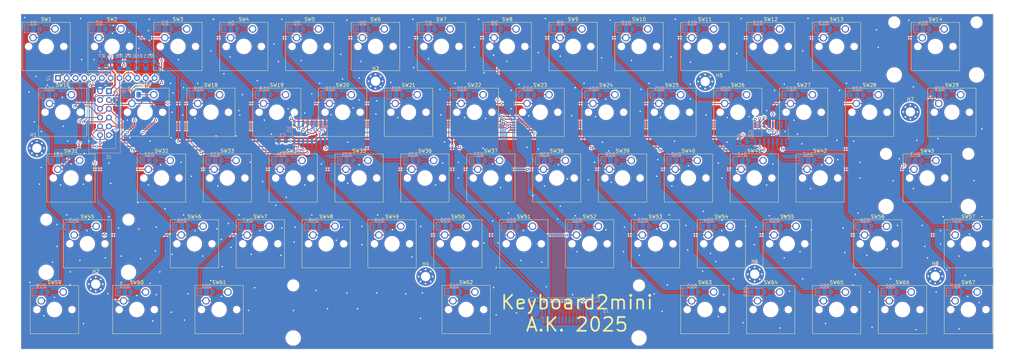
<source format=kicad_pcb>
(kicad_pcb (version 20241229) (generator "pcbnew") (generator_version "9.0")
  (layers (0 "F.Cu" signal) (2 "B.Cu" signal) (13 "F.Paste" user) (15 "B.Paste" user) (5 "F.SilkS" user "F.Silkscreen") (7 "B.SilkS" user "B.Silkscreen") (1 "F.Mask" user) (3 "B.Mask" user) (25 "Edge.Cuts" user))
  (net 0 "")
  (net 1 "Net-(D1-A)")
  (net 2 "Net-(D2-A)")
  (net 3 "Net-(D3-A)")
  (net 4 "Net-(D4-A)")
  (net 5 "Net-(D5-A)")
  (net 6 "Net-(D6-A)")
  (net 7 "Net-(D7-A)")
  (net 8 "Net-(D8-A)")
  (net 9 "Net-(D9-A)")
  (net 10 "Net-(D10-A)")
  (net 11 "Net-(D11-A)")
  (net 12 "Net-(D12-A)")
  (net 13 "Net-(D13-A)")
  (net 14 "Net-(D14-A)")
  (net 16 "Net-(D16-A)")
  (net 17 "Net-(D17-A)")
  (net 18 "Net-(D18-A)")
  (net 19 "Net-(D19-A)")
  (net 20 "Net-(D20-A)")
  (net 21 "Net-(D21-A)")
  (net 22 "Net-(D22-A)")
  (net 23 "Net-(D23-A)")
  (net 24 "Net-(D24-A)")
  (net 25 "Net-(D25-A)")
  (net 26 "Net-(D26-A)")
  (net 27 "Net-(D27-A)")
  (net 28 "Net-(D28-A)")
  (net 29 "Net-(D29-A)")
  (net 30 "Net-(D31-A)")
  (net 31 "Net-(D32-A)")
  (net 32 "Net-(D33-A)")
  (net 33 "Net-(D34-A)")
  (net 34 "Net-(D35-A)")
  (net 35 "Net-(D36-A)")
  (net 36 "Net-(D37-A)")
  (net 37 "Net-(D38-A)")
  (net 38 "Net-(D39-A)")
  (net 39 "Net-(D40-A)")
  (net 40 "Net-(D41-A)")
  (net 41 "Net-(D42-A)")
  (net 42 "Net-(D43-A)")
  (net 43 "Net-(D45-A)")
  (net 44 "Net-(D46-A)")
  (net 45 "Net-(D47-A)")
  (net 46 "Net-(D48-A)")
  (net 47 "Net-(D49-A)")
  (net 48 "Net-(D50-A)")
  (net 49 "Net-(D51-A)")
  (net 50 "Net-(D52-A)")
  (net 51 "Net-(D53-A)")
  (net 52 "Net-(D54-A)")
  (net 53 "Net-(D55-A)")
  (net 54 "Net-(D56-A)")
  (net 55 "Net-(D57-A)")
  (net 56 "Net-(D59-A)")
  (net 57 "Net-(D60-A)")
  (net 58 "Net-(D61-A)")
  (net 59 "Net-(D62-A)")
  (net 60 "Net-(D63-A)")
  (net 61 "Net-(D64-A)")
  (net 62 "Net-(D65-A)")
  (net 63 "Net-(D66-A)")
  (net 64 "Net-(D67-A)")
  (net 65 "ROW0")
  (net 66 "ROW1")
  (net 67 "ROW2")
  (net 68 "ROW3")
  (net 69 "ROW4")
  (net 70 "VCC")
  (net 71 "ADDR0")
  (net 72 "ADDR1")
  (net 73 "ADDR2")
  (net 74 "ADDR3")
  (net 75 "GND")
  (net 77 "{slash}CS")
  (net 78 "RAW_COL9")
  (net 79 "RAW_COL8")
  (net 80 "RAW_COL7")
  (net 81 "RAW_COL6")
  (net 82 "RAW_COL5")
  (net 83 "RAW_COL4")
  (net 84 "RAW_COL3")
  (net 85 "RAW_COL2")
  (net 86 "RAW_COL13")
  (net 87 "RAW_COL12")
  (net 88 "RAW_COL11")
  (net 89 "RAW_COL10")
  (net 90 "RAW_COL1")
  (net 91 "RAW_COL0")
  (footprint "Button_Switch_Keyboard:SW_Cherry_MX_2.25u_PCB" (layer "F.Cu") (at 67.945 125.73)
    (property "Reference" "SW45")
    (property "Value" "SW_Push")
  )
  (footprint "Button_Switch_Keyboard:SW_Cherry_MX_1.00u_PCB" (layer "F.Cu") (at 179.86375 87.63)
    (property "Reference" "SW22")
    (property "Value" "SW_Push")
  )
  (footprint "Button_Switch_Keyboard:SW_Cherry_MX_1.75u_PCB" (layer "F.Cu") (at 63.18631 106.68)
    (property "Reference" "SW31")
    (property "Value" "SW_Push")
  )
  (footprint "Button_Switch_Keyboard:SW_Cherry_MX_6.25u_PCB" (layer "F.Cu") (at 177.4825 144.78)
    (property "Reference" "SW62")
    (property "Value" "SW_Push")
  )
  (footprint "Button_Switch_Keyboard:SW_Cherry_MX_1.00u_PCB" (layer "F.Cu") (at 127.47625 106.68)
    (property "Reference" "SW34")
    (property "Value" "SW_Push")
  )
  (footprint "Button_Switch_Keyboard:SW_Cherry_MX_1.00u_PCB" (layer "F.Cu") (at 217.96375 87.63)
    (property "Reference" "SW24")
    (property "Value" "SW_Push")
  )
  (footprint "Button_Switch_Keyboard:SW_Cherry_MX_1.00u_PCB" (layer "F.Cu") (at 265.58875 144.78)
    (property "Reference" "SW64")
    (property "Value" "SW_Push")
  )
  (footprint "Button_Switch_Keyboard:SW_Cherry_MX_2.00u_PCB" (layer "F.Cu") (at 313.21375 68.58)
    (property "Reference" "SW14")
    (property "Value" "SW_Push")
  )
  (footprint "Button_Switch_Keyboard:SW_Cherry_MX_1.00u_PCB" (layer "F.Cu") (at 84.61375 87.63)
    (property "Reference" "SW17")
    (property "Value" "SW_Push")
  )
  (footprint "MountingHole:MountingHole_2.7mm_M2.5_Pad_Via" (layer "F.Cu") (at 303.437891 92.617891)
    (property "Reference" "H7")
    (property "Value" "MountingHole")
  )
  (footprint "Button_Switch_Keyboard:SW_Cherry_MX_1.00u_PCB" (layer "F.Cu") (at 151.28875 68.58)
    (property "Reference" "SW6")
    (property "Value" "SW_Push")
  )
  (footprint "Button_Switch_Keyboard:SW_Cherry_MX_1.00u_PCB" (layer "F.Cu") (at 294.16375 87.63)
    (property "Reference" "SW28")
    (property "Value" "SW_Push")
  )
  (footprint "Button_Switch_Keyboard:SW_Cherry_MX_1.00u_PCB" (layer "F.Cu") (at 137.00125 125.73)
    (property "Reference" "SW48")
    (property "Value" "SW_Push")
  )
  (footprint "Button_Switch_Keyboard:SW_Cherry_MX_1.00u_PCB" (layer "F.Cu") (at 260.82625 106.68)
    (property "Reference" "SW41")
    (property "Value" "SW_Push")
  )
  (footprint "Button_Switch_Keyboard:SW_Cherry_MX_1.00u_PCB" (layer "F.Cu") (at 117.95125 125.73)
    (property "Reference" "SW47")
    (property "Value" "SW_Push")
  )
  (footprint "Button_Switch_Keyboard:SW_Cherry_MX_1.00u_PCB" (layer "F.Cu") (at 89.37625 106.68)
    (property "Reference" "SW32")
    (property "Value" "SW_Push")
  )
  (footprint "Button_Switch_Keyboard:SW_Cherry_MX_1.00u_PCB" (layer "F.Cu") (at 227.48875 68.58)
    (property "Reference" "SW10")
    (property "Value" "SW_Push")
  )
  (footprint "MountingHole:MountingHole_2.7mm_M2.5_Pad_Via" (layer "F.Cu") (at 258.410109 139.607891)
    (property "Reference" "H6")
    (property "Value" "MountingHole")
  )
  (footprint "Button_Switch_Keyboard:SW_Cherry_MX_1.00u_PCB" (layer "F.Cu") (at 265.58875 68.58)
    (property "Reference" "SW12")
    (property "Value" "SW_Push")
  )
  (footprint "Button_Switch_Keyboard:SW_Cherry_MX_1.00u_PCB" (layer "F.Cu") (at 251.30125 125.73)
    (property "Reference" "SW54")
    (property "Value" "SW_Push")
  )
  (footprint "Button_Switch_Keyboard:SW_Cherry_MX_1.00u_PCB" (layer "F.Cu") (at 170.33875 68.58)
    (property "Reference" "SW7")
    (property "Value" "SW_Push")
  )
  (footprint "Button_Switch_Keyboard:SW_Cherry_MX_1.00u_PCB" (layer "F.Cu") (at 213.20125 125.73)
    (property "Reference" "SW52")
    (property "Value" "SW_Push")
  )
  (footprint "Button_Switch_Keyboard:SW_Cherry_MX_1.00u_PCB" (layer "F.Cu") (at 279.87625 106.68)
    (property "Reference" "SW42")
    (property "Value" "SW_Push")
  )
  (footprint "Button_Switch_Keyboard:SW_Cherry_MX_1.00u_PCB" (layer "F.Cu") (at 108.42625 106.68)
    (property "Reference" "SW33")
    (property "Value" "SW_Push")
  )
  (footprint "Button_Switch_Keyboard:SW_Cherry_MX_1.00u_PCB" (layer "F.Cu") (at 156.05125 125.73)
    (property "Reference" "SW49")
    (property "Value" "SW_Push")
  )
  (footprint "Button_Switch_Keyboard:SW_Cherry_MX_1.00u_PCB" (layer "F.Cu") (at 165.57625 106.68)
    (property "Reference" "SW36")
    (property "Value" "SW_Push")
  )
  (footprint "Button_Switch_Keyboard:SW_Cherry_MX_1.00u_PCB" (layer "F.Cu") (at 198.91375 87.63)
    (property "Reference" "SW23")
    (property "Value" "SW_Push")
  )
  (footprint "Button_Switch_Keyboard:SW_Cherry_MX_1.00u_PCB" (layer "F.Cu") (at 241.77625 106.68)
    (property "Reference" "SW40")
    (property "Value" "SW_Push")
  )
  (footprint "Button_Switch_Keyboard:SW_Cherry_MX_1.00u_PCB" (layer "F.Cu") (at 284.63875 68.58)
    (property "Reference" "SW13")
    (property "Value" "SW_Push")
  )
  (footprint "Button_Switch_Keyboard:SW_Cherry_MX_1.00u_PCB" (layer "F.Cu") (at 222.72625 106.68)
    (property "Reference" "SW39")
    (property "Value" "SW_Push")
  )
  (footprint "Button_Switch_Keyboard:SW_Cherry_MX_1.00u_PCB" (layer "F.Cu") (at 194.15125 125.73)
    (property "Reference" "SW51")
    (property "Value" "SW_Push")
  )
  (footprint "Button_Switch_Keyboard:SW_Cherry_MX_1.00u_PCB" (layer "F.Cu") (at 132.23875 68.58)
    (property "Reference" "SW5")
    (property "Value" "SW_Push")
  )
  (footprint "Button_Switch_Keyboard:SW_Cherry_MX_1.00u_PCB" (layer "F.Cu") (at 203.67625 106.68)
    (property "Reference" "SW38")
    (property "Value" "SW_Push")
  )
  (footprint "Button_Switch_Keyboard:SW_Cherry_MX_1.00u_PCB" (layer "F.Cu") (at 237.01375 87.63)
    (property "Reference" "SW25")
    (property "Value" "SW_Push")
  )
  (footprint "Button_Switch_Keyboard:SW_Cherry_MX_1.00u_PCB" (layer "F.Cu") (at 98.90125 125.73)
    (property "Reference" "SW46")
    (property "Value" "SW_Push")
  )
  (footprint "Button_Switch_Keyboard:SW_Cherry_MX_1.00u_PCB" (layer "F.Cu") (at 246.53875 144.78)
    (property "Reference" "SW63")
    (property "Value" "SW_Push")
  )
  (footprint "MountingHole:MountingHole_2.7mm_M2.5_Pad_Via" (layer "F.Cu") (at 163.229891 140.300109)
    (property "Reference" "H4")
    (property "Value" "MountingHole")
  )
  (footprint "Button_Switch_Keyboard:SW_Cherry_MX_1.00u_PCB" (layer "F.Cu") (at 141.76375 87.63)
    (property "Reference" "SW20")
    (property "Value" "SW_Push")
  )
  (footprint "Button_Switch_Keyboard:SW_Cherry_MX_1.00u_PCB" (layer "F.Cu") (at 256.06375 87.63)
    (property "Reference" "SW26")
    (property "Value" "SW_Push")
  )
  (footprint "Button_Switch_Keyboard:SW_Cherry_MX_1.00u_PCB" (layer "F.Cu") (at 303.68875 144.78)
    (property "Reference" "SW66")
    (property "Value" "SW_Push")
  )
  (footprint "Button_Switch_Keyboard:SW_Cherry_MX_1.00u_PCB" (layer "F.Cu") (at 208.43875 68.58)
    (property "Reference" "SW9")
    (property "Value" "SW_Push")
  )
  (footprint "Button_Switch_Keyboard:SW_Cherry_MX_1.00u_PCB" (layer "F.Cu") (at 113.18875 68.58)
    (property "Reference" "SW4")
    (property "Value" "SW_Push")
  )
  (footprint "Button_Switch_Keyboard:SW_Cherry_MX_1.00u_PCB" (layer "F.Cu") (at 232.25125 125.73)
    (property "Reference" "SW53")
    (property "Value" "SW_Push")
  )
  (footprint "Button_Switch_Keyboard:SW_Cherry_MX_1.00u_PCB" (layer "F.Cu") (at 184.62625 106.68)
    (property "Reference" "SW37")
    (property "Value" "SW_Push")
  )
  (footprint "Button_Switch_Keyboard:SW_Cherry_MX_1.00u_PCB" (layer "F.Cu") (at 322.73875 144.78)
    (property "Reference" "SW67")
    (property "Value" "SW_Push")
  )
  (footprint "Button_Switch_Keyboard:SW_Cherry_MX_1.00u_PCB" (layer "F.Cu") (at 284.63875 144.78)
    (property "Reference" "SW65")
    (property "Value" "SW_Push")
  )
  (footprint "Button_Switch_Keyboard:SW_Cherry_MX_1.00u_PCB" (layer "F.Cu") (at 246.53875 68.58)
    (property "Reference" "SW11")
    (property "Value" "SW_Push")
  )
  (footprint "Button_Switch_Keyboard:SW_Cherry_MX_1.00u_PCB" (layer "F.Cu") (at 94.13875 68.58)
    (property "Reference" "SW3")
    (property "Value" "SW_Push")
  )
  (footprint "MountingHole:MountingHole_2.7mm_M2.5_Pad_Via" (layer "F.Cu") (at 50.8 103.124)
    (property "Reference" "H1")
    (property "Value" "MountingHole")
  )
  (footprint "Button_Switch_Keyboard:SW_Cherry_MX_1.00u_PCB" (layer "F.Cu") (at 160.81375 87.63)
    (property "Reference" "SW21")
    (property "Value" "SW_Push")
  )
  (footprint "Button_Switch_Keyboard:SW_Cherry_MX_1.00u_PCB" (layer "F.Cu") (at 75.08875 68.58)
    (property "Reference" "SW2")
    (property "Value" "SW_Push")
  )
  (footprint "Button_Switch_Keyboard:SW_Cherry_MX_1.00u_PCB" (layer "F.Cu") (at 103.66375 87.63)
    (property "Reference" "SW18")
    (property "Value" "SW_Push")
  )
  (footprint "Button_Switch_Keyboard:SW_Cherry_MX_1.00u_PCB" (layer "F.Cu") (at 146.52625 106.68)
    (property "Reference" "SW35")
    (property "Value" "SW_Push")
  )
  (footprint "Button_Switch_Keyboard:SW_Cherry_MX_1.00u_PCB" (layer "F.Cu") (at 122.71375 87.63)
    (property "Reference" "SW19")
    (property "Value" "SW_Push")
  )
  (footprint "MountingHole:MountingHole_2.7mm_M2.5_Pad_Via" (layer "F.Cu") (at 244.094 83.813)
    (property "Reference" "H5")
    (property "Value" "MountingHole")
  )
  (footprint "Button_Switch_Keyboard:SW_Cherry_MX_1.00u_PCB" (layer "F.Cu") (at 270.35125 125.73)
    (property "Reference" "SW55")
    (property "Value" "SW_Push")
  )
  (footprint "Button_Switch_Keyboard:SW_Cherry_MX_2.25u_PCB" (layer "F.Cu") (at 310.8325 106.68)
    (property "Reference" "SW43")
    (property "Value" "SW_Push")
  )
  (footprint "Button_Switch_Keyboard:SW_Cherry_MX_1.50u_PCB" (layer "F.Cu") (at 60.80125 87.63)
    (property "Reference" "SW16")
    (property "Value" "SW_Push")
  )
  (footprint "Button_Switch_Keyboard:SW_Cherry_MX_1.25u_PCB" (layer "F.Cu") (at 82.2325 144.78)
    (property "Reference" "SW60")
    (property "Value" "SW_Push")
  )
  (footprint "Button_Switch_Keyboard:SW_Cherry_MX_1.00u_PCB" (layer "F.Cu") (at 56.03875 68.58)
    (property "Reference" "SW1")
    (property "Value" "SW_Push")
  )
  (footprint "MountingHole:MountingHole_2.7mm_M2.5_Pad_Via" (layer "F.Cu") (at 310.642 140.208)
    (property "Reference" "H8")
    (property "Value" "MountingHole")
  )
  (footprint "Button_Switch_Keyboard:SW_Cherry_MX_1.25u_PCB" (layer "F.Cu") (at 106.045 144.78)
    (property "Reference" "SW61")
    (property "Value" "SW_Push")
  )
  (footprint "Button_Switch_Keyboard:SW_Cherry_MX_1.00u_PCB" (layer "F.Cu") (at 322.73875 125.73)
    (property "Reference" "SW57")
    (property "Value" "SW_Push")
  )
  (footprint "Button_Switch_Keyboard:SW_Cherry_MX_1.00u_PCB" (layer "F.Cu") (at 189.38875 68.58)
    (property "Reference" "SW8")
    (property "Value" "SW_Push")
  )
  (footprint "Button_Switch_Keyboard:SW_Cherry_MX_1.50u_PCB" (layer "F.Cu") (at 317.97625 87.63)
    (property "Reference" "SW29")
    (property "Value" "SW_Push")
  )
  (footprint "MountingHole:MountingHole_2.7mm_M2.5_Pad_Via" (layer "F.Cu") (at 148.751891 83.727891)
    (property "Reference" "H3")
    (property "Value" "MountingHole")
  )
  (footprint "Button_Switch_Keyboard:SW_Cherry_MX_1.75u_PCB" (layer "F.Cu") (at 296.545 125.73)
    (property "Reference" "SW56")
    (property "Value" "SW_Push")
  )
  (footprint "Button_Switch_Keyboard:SW_Cherry_MX_1.00u_PCB" (layer "F.Cu") (at 275.11375 87.63)
    (property "Reference" "SW27")
    (property "Value" "SW_Push")
  )
  (footprint "Button_Switch_Keyboard:SW_Cherry_MX_1.25u_PCB" (layer "F.Cu") (at 58.42 144.78)
    (property "Reference" "SW59")
    (property "Value" "SW_Push")
  )
  (footprint "MountingHole:MountingHole_2.7mm_M2.5_Pad_Via" (layer "F.Cu") (at 67.818 142.494)
    (property "Reference" "H2")
    (property "Value" "MountingHole")
  )
  (footprint "Button_Switch_Keyboard:SW_Cherry_MX_1.00u_PCB" (layer "F.Cu") (at 175.10125 125.73)
    (property "Reference" "SW50")
    (property "Value" "SW_Push")
  )
  (footprint "Diode_SMD:D_MiniMELF" (layer "B.Cu") (at 316.484 144.78)
    (property "Reference" "D67")
    (property "Value" "D")
  )
  (footprint "Diode_SMD:D_MiniMELF" (layer "B.Cu") (at 78.486 87.63)
    (property "Reference" "D17")
    (property "Value" "D")
  )
  (footprint "Diode_SMD:D_MiniMELF" (layer "B.Cu") (at 278.384 68.58)
    (property "Reference" "D13")
    (property "Value" "D")
  )
  (footprint "Diode_SMD:D_MiniMELF" (layer "B.Cu") (at 264.16 125.73)
    (property "Reference" "D55")
    (property "Value" "D")
  )
  (footprint "Diode_SMD:D_MiniMELF" (layer "B.Cu") (at 290.322 125.73)
    (property "Reference" "D56")
    (property "Value" "D")
  )
  (footprint "Diode_SMD:D_MiniMELF" (layer "B.Cu") (at 140.462 106.68)
    (property "Reference" "D35")
    (property "Value" "D")
  )
  (footprint "Diode_SMD:D_MiniMELF" (layer "B.Cu") (at 259.334 68.58)
    (property "Reference" "D12")
    (property "Value" "D")
  )
  (footprint "Diode_SMD:D_MiniMELF" (layer "B.Cu") (at 149.86 125.73)
    (property "Reference" "D49")
    (property "Value" "D")
  )
  (footprint "Diode_SMD:D_MiniMELF" (layer "B.Cu") (at 76.2 144.78)
    (property "Reference" "D60")
    (property "Value" "D")
  )
  (footprint "Diode_SMD:D_MiniMELF" (layer "B.Cu") (at 106.934 68.58)
    (property "Reference" "D4")
    (property "Value" "D")
  )
  (footprint "Diode_SMD:D_MiniMELF" (layer "B.Cu") (at 278.638 144.78)
    (property "Reference" "D65")
    (property "Value" "D")
  )
  (footprint "Diode_SMD:D_MiniMELF" (layer "B.Cu") (at 171.45 144.78)
    (property "Reference" "D62")
    (property "Value" "D")
  )
  (footprint "Diode_SMD:D_MiniMELF" (layer "B.Cu") (at 145.034 68.58)
    (property "Reference" "D6")
    (property "Value" "D")
  )
  (footprint "Diode_SMD:D_MiniMELF" (layer "B.Cu") (at 173.736 87.63)
    (property "Reference" "D22")
    (property "Value" "D")
  )
  (footprint "Diode_SMD:D_MiniMELF" (layer "B.Cu") (at 87.884 68.58)
    (property "Reference" "D3")
    (property "Value" "D")
  )
  (footprint "Diode_SMD:D_MiniMELF" (layer "B.Cu") (at 54.356 87.63)
    (property "Reference" "D16")
    (property "Value" "D")
  )
  (footprint "Diode_SMD:D_MiniMELF" (layer "B.Cu") (at 245.11 125.73)
    (property "Reference" "D54")
    (property "Value" "D")
  )
  (footprint "Diode_SMD:D_MiniMELF" (layer "B.Cu") (at 56.896 106.68)
    (property "Reference" "D31")
    (property "Value" "D")
  )
  (footprint "Diode_SMD:D_MiniMELF" (layer "B.Cu") (at 116.586 87.63)
    (property "Reference" "D19")
    (property "Value" "D")
  )
  (footprint "Diode_SMD:D_MiniMELF" (layer "B.Cu") (at 235.712 106.68)
    (property "Reference" "D40")
    (property "Value" "D")
  )
  (footprint "Diode_SMD:D_MiniMELF" (layer "B.Cu") (at 304.8 106.68)
    (property "Reference" "D43")
    (property "Value" "D")
  )
  (footprint "Connector_PinSocket_2.54mm:PinSocket_1x12_P2.54mm_Vertical" (layer "B.Cu") (at 56.896 82.804 -90)
    (property "Reference" "J2")
    (property "Value" "Conn_01x12")
  )
  (footprint "Diode_SMD:D_MiniMELF" (layer "B.Cu") (at 197.612 106.68)
    (property "Reference" "D38")
    (property "Value" "D")
  )
  (footprint "Diode_SMD:D_MiniMELF" (layer "B.Cu") (at 164.084 68.58)
    (property "Reference" "D7")
    (property "Value" "D")
  )
  (footprint "Resistor_SMD:R_0805_2012Metric_Pad1.20x1.40mm_HandSolder" (layer "B.Cu") (at 79.756 78.994 -90)
    (property "Reference" "R10")
    (property "Value" "10K")
  )
  (footprint "Diode_SMD:D_MiniMELF" (layer "B.Cu") (at 121.412 106.68)
    (property "Reference" "D34")
    (property "Value" "D")
  )
  (footprint "Diode_SMD:D_MiniMELF" (layer "B.Cu") (at 249.936 87.63)
    (property "Reference" "D26")
    (property "Value" "D")
  )
  (footprint "Diode_SMD:D_MiniMELF" (layer "B.Cu") (at 135.636 87.63)
    (property "Reference" "D20")
    (property "Value" "D")
  )
  (footprint "Resistor_SMD:R_0805_2012Metric_Pad1.20x1.40mm_HandSolder" (layer "B.Cu") (at 77.216 78.994 -90)
    (property "Reference" "R9")
    (property "Value" "10K")
  )
  (footprint "Package_SO:SOIC-16_3.9x9.9mm_P1.27mm" (layer "B.Cu") (at 263.04875 98.7425 -90)
    (property "Reference" "U2")
    (property "Value" "74HC138")
  )
  (footprint "Resistor_SMD:R_0805_2012Metric_Pad1.20x1.40mm_HandSolder" (layer "B.Cu") (at 69.596 79.0575 90)
    (property "Reference" "R7")
    (property "Value" "DNP")
  )
  (footprint "Diode_SMD:D_MiniMELF" (layer "B.Cu") (at 111.76 125.73)
    (property "Reference" "D47")
    (property "Value" "D")
  )
  (footprint "Resistor_SMD:R_0805_2012Metric_Pad1.20x1.40mm_HandSolder" (layer "B.Cu") (at 72.136 79.0575 -90)
    (property "Reference" "R6")
    (property "Value" "10K")
  )
  (footprint "Resistor_SMD:R_0805_2012Metric_Pad1.20x1.40mm_HandSolder" (layer "B.Cu") (at 74.676 78.994 -90)
    (property "Reference" "R8")
    (property "Value" "10K")
  )
  (footprint "Diode_SMD:D_MiniMELF" (layer "B.Cu") (at 226.06 125.73)
    (property "Reference" "D53")
    (property "Value" "D")
  )
  (footprint "Resistor_SMD:R_0805_2012Metric_Pad1.20x1.40mm_HandSolder" (layer "B.Cu") (at 84.836 79.01 -90)
    (property "Reference" "R12")
    (property "Value" "10K")
  )
  (footprint "Resistor_SMD:R_0805_2012Metric_Pad1.20x1.40mm_HandSolder" (layer "B.Cu") (at 82.296 78.978 -90)
    (property "Reference" "R11")
    (property "Value" "10K")
  )
  (footprint "Diode_SMD:D_MiniMELF" (layer "B.Cu") (at 125.984 68.58)
    (property "Reference" "D5")
    (property "Value" "D")
  )
  (footprint "Diode_SMD:D_MiniMELF" (layer "B.Cu") (at 288.036 87.63)
    (property "Reference" "D28")
    (property "Value" "D")
  )
  (footprint "Diode_SMD:D_MiniMELF" (layer "B.Cu") (at 154.686 87.63)
    (property "Reference" "D21")
    (property "Value" "D")
  )
  (footprint "Package_SO:SOIC-16_3.9x9.9mm_P1.27mm" (layer "B.Cu") (at 129.69875 98.425 -90)
    (property "Reference" "U1")
    (property "Value" "74HC138")
  )
  (footprint "Diode_SMD:D_MiniMELF" (layer "B.Cu") (at 254.762 106.68)
    (property "Reference" "D41")
    (property "Value" "D")
  )
  (footprint "Diode_SMD:D_MiniMELF" (layer "B.Cu") (at 311.912 87.63)
    (property "Reference" "D29")
    (property "Value" "D")
  )
  (footprint "Diode_SMD:D_MiniMELF" (layer "B.Cu") (at 102.362 106.68)
    (property "Reference" "D33")
    (property "Value" "D")
  )
  (footprint "Diode_SMD:D_MiniMELF" (layer "B.Cu") (at 83.312 106.68)
    (property "Reference" "D32")
    (property "Value" "D")
  )
  (footprint "Diode_SMD:D_MiniMELF" (layer "B.Cu") (at 97.536 87.63)
    (property "Reference" "D18")
    (property "Value" "D")
  )
  (footprint "Diode_SMD:D_MiniMELF" (layer "B.Cu") (at 207.01 125.73)
    (property "Reference" "D52")
    (property "Value" "D")
  )
  (footprint "Diode_SMD:D_MiniMELF" (layer "B.Cu") (at 52.07 144.78)
    (property "Reference" "D59")
    (property "Value" "D")
  )
  (footprint "Diode_SMD:D_MiniMELF" (layer "B.Cu") (at 268.986 87.63)
    (property "Reference" "D27")
    (property "Value" "D")
  )
  (footprint "Connector_IDC:IDC-Header_2x06_P2.54mm_Vertical" (layer "B.Cu") (at 71.628 86.614 180)
    (property "Reference" "J1")
    (property "Value" "Conn_02x06_Odd_Even")
  )
  (footprint "Diode_SMD:D_MiniMELF" (layer "B.Cu") (at 178.562 106.68)
    (property "Reference" "D37")
    (property "Value" "D")
  )
  (footprint "Diode_SMD:D_MiniMELF" (layer "B.Cu") (at 216.662 106.68)
    (property "Reference" "D39")
    (property "Value" "D")
  )
  (footprint "Diode_SMD:D_MiniMELF" (layer "B.Cu") (at 192.786 87.63)
    (property "Reference" "D23")
    (property "Value" "D")
  )
  (footprint "Diode_SMD:D_MiniMELF" (layer "B.Cu") (at 240.256 68.58)
    (property "Reference" "D11")
    (property "Value" "D")
  )
  (footprint "Diode_SMD:D_MiniMELF" (layer "B.Cu") (at 240.284 144.78)
    (property "Reference" "D63")
    (property "Value" "D")
  )
  (footprint "Diode_SMD:D_MiniMELF" (layer "B.Cu") (at 316.71 125.73)
    (property "Reference" "D57")
    (property "Value" "D")
  )
  (footprint "Diode_SMD:D_MiniMELF" (layer "B.Cu") (at 211.836 87.63)
    (property "Reference" "D24")
    (property "Value" "D")
  )
  (footprint "Capacitor_SMD:C_0805_2012Metric_Pad1.18x1.45mm_HandSolder" (layer "B.Cu") (at 121.76125 100.965 180)
    (property "Reference" "C1")
    (property "Value" "100n")
  )
  (footprint "Diode_SMD:D_MiniMELF" (layer "B.Cu") (at 92.71 125.73)
    (property "Reference" "D46")
    (property "Value" "D")
  )
  (footprint "Diode_SMD:D_MiniMELF" (layer "B.Cu") (at 49.784 68.58)
    (property "Reference" "D1")
    (property "Value" "D")
  )
  (footprint "Diode_SMD:D_MiniMELF" (layer "B.Cu") (at 68.834 68.58)
    (property "Reference" "D2")
    (property "Value" "D")
  )
  (footprint "Diode_SMD:D_MiniMELF" (layer "B.Cu") (at 297.688 144.78)
    (property "Reference" "D66")
    (property "Value" "D")
  )
  (footprint "Diode_SMD:D_MiniMELF" (layer "B.Cu") (at 230.886 87.63)
    (property "Reference" "D25")
    (property "Value" "D")
  )
  (footprint "Diode_SMD:D_MiniMELF" (layer "B.Cu") (at 273.812 106.68)
    (property "Reference" "D42")
    (property "Value" "D")
  )
  (footprint "Diode_SMD:D_MiniMELF" (layer "B.Cu") (at 168.91 125.73)
    (property "Reference" "D50")
    (property "Value" "D")
  )
  (footprint "Diode_SMD:D_MiniMELF" (layer "B.Cu") (at 221.234 68.58)
    (property "Reference" "D10")
    (property "Value" "D")
  )
  (footprint "Diode_SMD:D_MiniMELF" (layer "B.Cu") (at 159.512 106.68)
    (property "Reference" "D36")
    (property "Value" "D")
  )
  (footprint "Diode_SMD:D_MiniMELF" (layer "B.Cu") (at 187.96 125.73)
    (property "Reference" "D51")
    (property "Value" "D")
  )
  (footprint "Diode_SMD:D_MiniMELF" (layer "B.Cu") (at 183.134 68.58)
    (property "Reference" "D8")
    (property "Value" "D")
  )
  (footprint "Diode_SMD:D_MiniMELF" (layer "B.Cu") (at 61.468 125.73)
    (property "Reference" "D45")
    (property "Value" "D")
  )
  (footprint "Diode_SMD:D_MiniMELF" (layer "B.Cu") (at 99.822 144.78)
    (property "Reference" "D61")
    (property "Value" "D")
  )
  (footprint "Capacitor_SMD:C_0805_2012Metric_Pad1.18x1.45mm_HandSolder" (layer "B.Cu") (at 255.11125 101.2825 180)
    (property "Reference" "C2")
    (property "Value" "100n")
  )
  (footprint "Diode_SMD:D_MiniMELF" (layer "B.Cu") (at 202.184 68.58)
    (property "Reference" "D9")
    (property "Value" "D")
  )
  (footprint "Diode_SMD:D_MiniMELF" (layer "B.Cu") (at 130.81 125.73)
    (property "Reference" "D48")
    (property "Value" "D")
  )
  (footprint "Diode_SMD:D_MiniMELF" (layer "B.Cu") (at 259.334 144.78)
    (property "Reference" "D64")
    (property "Value" "D")
  )
  (footprint "Connector_FFC-FPC:TE_1-84952-2_1x12-1MP_P1.0mm_Horizontal" (layer "B.Cu") (at 203.35875 151.13)
    (property "Reference" "J3")
    (property "Value" "Conn_01x12_MountingPin")
  )
  (footprint "Diode_SMD:D_MiniMELF" (layer "B.Cu") (at 307.086 68.58)
    (property "Reference" "D14")
    (property "Value" "D")
  )
  (gr_line (start 46.228 161.29) (end 48.768 161.29) (stroke (width 0.1)) (layer "Edge.Cuts"))
  (gr_line (start 327.406 161.29) (end 323.85 161.29) (stroke (width 0.1)) (layer "Edge.Cuts"))
  (gr_line (start 46.228 67.056) (end 46.228 64.262) (stroke (width 0.1)) (layer "Edge.Cuts"))
  (gr_line (start 46.228 64.262) (end 327.406 64.262) (stroke (width 0.1)) (layer "Edge.Cuts"))
  (gr_line (start 124.46 161.29) (end 323.85 161.29) (stroke (width 0.1)) (layer "Edge.Cuts"))
  (gr_line (start 124.46 161.29) (end 48.768 161.29) (stroke (width 0.1)) (layer "Edge.Cuts"))
  (gr_line (start 46.228 67.056) (end 46.228 161.29) (stroke (width 0.1)) (layer "Edge.Cuts"))
  (gr_line (start 327.406 161.29) (end 327.406 64.262) (stroke (width 0.1)) (layer "Edge.Cuts"))
  (gr_text "Keyboard2mini\nA.K. 2025" (at 207.01 156.5275 0) (layer "F.SilkS") (effects (font (size 4 4) (thickness 0.5)) (justify bottom)))
  (segment (start 51.534 68.58) (end 56.03875 68.58) (width 0.25) (layer "B.Cu") (net 1))
  (segment (start 70.584 68.58) (end 75.08875 68.58) (width 0.25) (layer "B.Cu") (net 2))
  (segment (start 89.634 68.58) (end 94.13875 68.58) (width 0.25) (layer "B.Cu") (net 3))
  (segment (start 108.684 68.58) (end 113.18875 68.58) (width 0.25) (layer "B.Cu") (net 4))
  (segment (start 127.734 68.58) (end 132.23875 68.58) (width 0.25) (layer "B.Cu") (net 5))
  (segment (start 146.784 68.58) (end 151.28875 68.58) (width 0.25) (layer "B.Cu") (net 6))
  (segment (start 165.834 68.58) (end 170.33875 68.58) (width 0.25) (layer "B.Cu") (net 7))
  (segment (start 184.884 68.58) (end 189.38875 68.58) (width 0.25) (layer "B.Cu") (net 8))
  (segment (start 203.934 68.58) (end 208.43875 68.58) (width 0.25) (layer "B.Cu") (net 9))
  (segment (start 222.984 68.58) (end 227.48875 68.58) (width 0.25) (layer "B.Cu") (net 10))
  (segment (start 242.006 68.58) (end 246.53875 68.58) (width 0.25) (layer "B.Cu") (net 11))
  (segment (start 261.084 68.58) (end 265.58875 68.58) (width 0.25) (layer "B.Cu") (net 12))
  (segment (start 280.134 68.58) (end 284.63875 68.58) (width 0.25) (layer "B.Cu") (net 13))
  (segment (start 308.836 68.58) (end 313.21375 68.58) (width 0.25) (layer "B.Cu") (net 14))
  (segment (start 60.80125 87.63) (end 56.106 87.63) (width 0.25) (layer "B.Cu") (net 16))
  (segment (start 84.61375 87.63) (end 80.236 87.63) (width 0.25) (layer "B.Cu") (net 17))
  (segment (start 103.66375 87.63) (end 99.286 87.63) (width 0.25) (layer "B.Cu") (net 18))
  (segment (start 122.71375 87.63) (end 118.336 87.63) (width 0.25) (layer "B.Cu") (net 19))
  (segment (start 141.76375 87.63) (end 137.386 87.63) (width 0.25) (layer "B.Cu") (net 20))
  (segment (start 160.81375 87.63) (end 156.436 87.63) (width 0.25) (layer "B.Cu") (net 21))
  (segment (start 179.86375 87.63) (end 175.486 87.63) (width 0.25) (layer "B.Cu") (net 22))
  (segment (start 198.91375 87.63) (end 194.536 87.63) (width 0.25) (layer "B.Cu") (net 23))
  (segment (start 217.96375 87.63) (end 213.586 87.63) (width 0.25) (layer "B.Cu") (net 24))
  (segment (start 237.01375 87.63) (end 232.636 87.63) (width 0.25) (layer "B.Cu") (net 25))
  (segment (start 256.06375 87.63) (end 251.686 87.63) (width 0.25) (layer "B.Cu") (net 26))
  (segment (start 275.11375 87.63) (end 270.736 87.63) (width 0.25) (layer "B.Cu") (net 27))
  (segment (start 294.16375 87.63) (end 289.786 87.63) (width 0.25) (layer "B.Cu") (net 28))
  (segment (start 317.97625 87.63) (end 313.662 87.63) (width 0.25) (layer "B.Cu") (net 29))
  (segment (start 58.646 106.68) (end 63.18631 106.68) (width 0.25) (layer "B.Cu") (net 30))
  (segment (start 85.062 106.68) (end 89.37625 106.68) (width 0.25) (layer "B.Cu") (net 31))
  (segment (start 104.112 106.68) (end 108.42625 106.68) (width 0.25) (layer "B.Cu") (net 32))
  (segment (start 123.162 106.68) (end 127.47625 106.68) (width 0.25) (layer "B.Cu") (net 33))
  (segment (start 142.212 106.68) (end 146.52625 106.68) (width 0.25) (layer "B.Cu") (net 34))
  (segment (start 161.262 106.68) (end 165.57625 106.68) (width 0.25) (layer "B.Cu") (net 35))
  (segment (start 180.312 106.68) (end 184.62625 106.68) (width 0.25) (layer "B.Cu") (net 36))
  (segment (start 199.362 106.68) (end 203.67625 106.68) (width 0.25) (layer "B.Cu") (net 37))
  (segment (start 218.412 106.68) (end 222.72625 106.68) (width 0.25) (layer "B.Cu") (net 38))
  (segment (start 237.462 106.68) (end 241.77625 106.68) (width 0.25) (layer "B.Cu") (net 39))
  (segment (start 256.512 106.68) (end 260.82625 106.68) (width 0.25) (layer "B.Cu") (net 40))
  (segment (start 275.562 106.68) (end 279.87625 106.68) (width 0.25) (layer "B.Cu") (net 41))
  (segment (start 306.55 106.68) (end 310.8325 106.68) (width 0.25) (layer "B.Cu") (net 42))
  (segment (start 67.945 125.73) (end 63.218 125.73) (width 0.25) (layer "B.Cu") (net 43))
  (segment (start 98.90125 125.73) (end 94.46 125.73) (width 0.25) (layer "B.Cu") (net 44))
  (segment (start 113.51 125.73) (end 117.95125 125.73) (width 0.25) (layer "B.Cu") (net 45))
  (segment (start 132.56 125.73) (end 137.00125 125.73) (width 0.25) (layer "B.Cu") (net 46))
  (segment (start 151.61 125.73) (end 156.05125 125.73) (width 0.25) (layer "B.Cu") (net 47))
  (segment (start 170.66 125.73) (end 175.10125 125.73) (width 0.25) (layer "B.Cu") (net 48))
  (segment (start 189.71 125.73) (end 194.15125 125.73) (width 0.25) (layer "B.Cu") (net 49))
  (segment (start 208.76 125.73) (end 213.20125 125.73) (width 0.25) (layer "B.Cu") (net 50))
  (segment (start 227.81 125.73) (end 232.25125 125.73) (width 0.25) (layer "B.Cu") (net 51))
  (segment (start 246.86 125.73) (end 251.30125 125.73) (width 0.25) (layer "B.Cu") (net 52))
  (segment (start 265.91 125.73) (end 270.35125 125.73) (width 0.25) (layer "B.Cu") (net 53))
  (segment (start 296.545 125.73) (end 292.072 125.73) (width 0.25) (layer "B.Cu") (net 54))
  (segment (start 322.73875 125.73) (end 318.46 125.73) (width 0.25) (layer "B.Cu") (net 55))
  (segment (start 53.82 144.78) (end 58.42 144.78) (width 0.25) (layer "B.Cu") (net 56))
  (segment (start 77.95 144.78) (end 82.2325 144.78) (width 0.25) (layer "B.Cu") (net 57))
  (segment (start 101.572 144.78) (end 106.045 144.78) (width 0.25) (layer "B.Cu") (net 58))
  (segment (start 173.2 144.78) (end 177.4825 144.78) (width 0.25) (layer "B.Cu") (net 59))
  (segment (start 246.53875 144.78) (end 242.034 144.78) (width 0.25) (layer "B.Cu") (net 60))
  (segment (start 265.58875 144.78) (end 261.084 144.78) (width 0.25) (layer "B.Cu") (net 61))
  (segment (start 280.388 144.78) (end 284.63875 144.78) (width 0.25) (layer "B.Cu") (net 62))
  (segment (start 299.438 144.78) (end 303.68875 144.78) (width 0.25) (layer "B.Cu") (net 63))
  (segment (start 318.234 144.78) (end 322.73875 144.78) (width 0.25) (layer "B.Cu") (net 64))
  (segment (start 144.93875 71.12) (end 163.98875 71.12) (width 0.25) (layer "F.Cu") (net 65))
  (segment (start 184.15 73.406) (end 184.15 89.154) (width 0.25) (layer "F.Cu") (net 65))
  (segment (start 183.03875 71.12) (end 202.08875 71.12) (width 0.25) (layer "F.Cu") (net 65))
  (segment (start 202.08875 71.12) (end 221.13875 71.12) (width 0.25) (layer "F.Cu") (net 65))
  (segment (start 75.946 78.994) (end 75.946 71.12) (width 0.25) (layer "F.Cu") (net 65))
  (segment (start 240.18875 71.12) (end 259.23875 71.12) (width 0.25) (layer "F.Cu") (net 65))
  (segment (start 106.83875 71.12) (end 125.88875 71.12) (width 0.25) (layer "F.Cu") (net 65))
  (segment (start 75.946 71.12) (end 87.78875 71.12) (width 0.25) (layer "F.Cu") (net 65))
  (segment (start 259.23875 71.12) (end 278.28875 71.12) (width 0.25) (layer "F.Cu") (net 65))
  (segment (start 49.68875 71.12) (end 68.73875 71.12) (width 0.25) (layer "F.Cu") (net 65))
  (segment (start 68.73875 71.12) (end 75.946 71.12) (width 0.25) (layer "F.Cu") (net 65))
  (segment (start 278.28875 71.12) (end 306.86375 71.12) (width 0.25) (layer "F.Cu") (net 65))
  (segment (start 163.98875 71.12) (end 183.03875 71.12) (width 0.25) (layer "F.Cu") (net 65))
  (segment (start 221.13875 71.12) (end 240.18875 71.12) (width 0.25) (layer "F.Cu") (net 65))
  (segment (start 87.78875 71.12) (end 106.83875 71.12) (width 0.25) (layer "F.Cu") (net 65))
  (segment (start 183.03875 71.12) (end 183.03875 72.29475) (width 0.25) (layer "F.Cu") (net 65))
  (segment (start 125.88875 71.12) (end 144.93875 71.12) (width 0.25) (layer "F.Cu") (net 65))
  (segment (start 183.03875 72.29475) (end 183.642 72.898) (width 0.25) (layer "F.Cu") (net 65))
  (segment (start 183.642 72.898) (end 184.15 73.406) (width 0.25) (layer "F.Cu") (net 65))
  (via (at 75.946 78.994) (size 0.8) (drill 0.4) (layers "F.Cu" "B.Cu") (net 65))
  (via (at 184.15 89.154) (size 0.8) (drill 0.4) (layers "F.Cu" "B.Cu") (net 65))
  (segment (start 191.262 116.95295) (end 191.262 106.79295) (width 0.25) (layer "B.Cu") (net 65))
  (segment (start 204.85875 150.065) (end 202.11375 147.32) (width 0.25) (layer "B.Cu") (net 65))
  (segment (start 74.946 79.994) (end 75.946 78.994) (width 0.25) (layer "B.Cu") (net 65))
  (segment (start 74.676 82.804) (end 74.676 79.994) (width 0.25) (layer "B.Cu") (net 65))
  (segment (start 202.11375 127.8047) (end 191.262 116.95295) (width 0.25) (layer "B.Cu") (net 65))
  (segment (start 191.262 106.79295) (end 188.468 103.99895) (width 0.25) (layer "B.Cu") (net 65))
  (segment (start 184.15 91.186) (end 184.15 89.154) (width 0.25) (layer "B.Cu") (net 65))
  (segment (start 204.85875 152.93) (end 204.85875 150.065) (width 0.25) (layer "B.Cu") (net 65))
  (segment (start 188.468 103.99895) (end 188.468 95.504) (width 0.25) (layer "B.Cu") (net 65))
  (segment (start 69.088 89.154) (end 70.358 87.884) (width 0.25) (layer "B.Cu") (net 65))
  (segment (start 188.468 95.504) (end 184.15 91.186) (width 0.25) (layer "B.Cu") (net 65))
  (segment (start 74.676 79.994) (end 74.946 79.994) (width 0.25) (layer "B.Cu") (net 65))
  (segment (start 70.358 87.884) (end 74.168 87.884) (width 0.25) (layer "B.Cu") (net 65))
  (segment (start 74.168 87.884) (end 74.676 87.376) (width 0.25) (layer "B.Cu") (net 65))
  (segment (start 202.11375 147.32) (end 202.11375 127.8047) (width 0.25) (layer "B.Cu") (net 65))
  (segment (start 74.676 87.376) (end 74.676 82.804) (width 0.25) (layer "B.Cu") (net 65))
  (segment (start 299.212 88.392) (end 297.434 90.17) (width 0.25) (layer "F.Cu") (net 66))
  (segment (start 211.61375 90.17) (end 192.56375 90.17) (width 0.25) (layer "F.Cu") (net 66))
  (segment (start 78.26375 86.64575) (end 77.216 85.598) (width 0.25) (layer "F.Cu") (net 66))
  (segment (start 230.66375 90.17) (end 211.61375 90.17) (width 0.25) (layer "F.Cu") (net 66))
  (segment (start 297.434 90.17) (end 287.81375 90.17) (width 0.25) (layer "F.Cu") (net 66))
  (segment (start 311.62625 90.17) (end 309.84825 88.392) (width 0.25) (layer "F.Cu") (net 66))
  (segment (start 78.00975 90.424) (end 70.358 90.424) (width 0.25) (layer "F.Cu") (net 66))
  (segment (start 67.564 90.17) (end 54.45125 90.17) (width 0.25) (layer "F.Cu") (net 66))
  (segment (start 135.41375 90.17) (end 116.36375 90.17) (width 0.25) (layer "F.Cu") (net 66))
  (segment (start 78.26375 90.17) (end 78.26375 86.64575) (width 0.25) (layer "F.Cu") (net 66))
  (segment (start 116.36375 90.17) (end 97.31375 90.17) (width 0.25) (layer "F.Cu") (net 66))
  (segment (start 268.76375 90.17) (end 249.71375 90.17) (width 0.25) (layer "F.Cu") (net 66))
  (segment (start 88.646 90.17) (end 97.31375 90.17) (width 0.25) (layer "F.Cu") (net 66))
  (segment (start 249.71375 90.17) (end 230.66375 90.17) (width 0.25) (layer "F.Cu") (net 66))
  (segment (start 77.216 85.598) (end 77.216 82.804) (width 0.25) (layer "F.Cu") (net 66))
  (segment (start 78.26375 90.17) (end 78.00975 90.424) (width 0.25) (layer "F.Cu") (net 66))
  (segment (start 192.56375 90.17) (end 185.166 90.17) (width 0.25) (layer "F.Cu") (net 66))
  (segment (start 173.51375 90.17) (end 154.46375 90.17) (width 0.25) (layer "F.Cu") (net 66))
  (segment (start 185.166 90.17) (end 173.51375 90.17) (width 0.25) (layer "F.Cu") (net 66))
  (segment (start 154.46375 90.17) (end 135.41375 90.17) (width 0.25) (layer "F.Cu") (net 66))
  (segment (start 309.84825 88.392) (end 299.212 88.392) (width 0.25) (layer "F.Cu") (net 66))
  (segment (start 287.81375 90.17) (end 268.76375 90.17) (width 0.25) (layer "F.Cu") (net 66))
  (segment (start 70.358 90.424) (end 69.088 91.694) (width 0.25) (layer "F.Cu") (net 66))
  (segment (start 69.088 91.694) (end 67.564 90.17) (width 0.25) (layer "F.Cu") (net 66))
  (via (at 185.166 90.17) (size 0.8) (drill 0.4) (layers "F.Cu" "B.Cu") (net 66))
  (via (at 88.646 90.17) (size 0.8) (drill 0.4) (layers "F.Cu" "B.Cu") (net 66))
  (segment (start 191.713 116.76614) (end 191.713 106.60614) (width 0.25) (layer "B.Cu") (net 66))
  (segment (start 188.919 103.81214) (end 188.919 95.31719) (width 0.25) (layer "B.Cu") (net 66))
  (segment (start 78.26375 90.17) (end 88.646 90.17) (width 0.25) (layer "B.Cu") (net 66))
  (segment (start 185.166 91.56419) (end 185.166 90.17) (width 0.25) (layer "B.Cu") (net 66))
  (segment (start 205.85875 152.93) (end 205.85875 150.42719) (width 0.25) (layer "B.Cu") (net 66))
  (segment (start 205.85875 150.42719) (end 202.56475 147.13319) (width 0.25) (layer "B.Cu") (net 66))
  (segment (start 188.919 95.31719) (end 185.166 91.56419) (width 0.25) (layer "B.Cu") (net 66))
  (segment (start 202.56475 127.61789) (end 191.713 116.76614) (width 0.25) (layer "B.Cu") (net 66))
  (segment (start 77.216 82.804) (end 77.216 79.994) (width 0.25) (layer "B.Cu") (net 66))
  (segment (start 191.713 106.60614) (end 188.919 103.81214) (width 0.25) (layer "B.Cu") (net 66))
  (segment (start 202.56475 147.13319) (end 202.56475 127.61789) (width 0.25) (layer "B.Cu") (net 66))
  (segment (start 75.946 84.074) (end 75.946 82.042) (width 0.25) (layer "F.Cu") (net 67))
  (segment (start 66.802 109.22) (end 83.02625 109.22) (width 0.25) (layer "F.Cu") (net 67))
  (segment (start 56.83631 109.22) (end 66.802 109.22) (width 0.25) (layer "F.Cu") (net 67))
  (segment (start 216.37625 109.22) (end 235.42625 109.22) (width 0.25) (layer "F.Cu") (net 67))
  (segment (start 73.183347 86.832) (end 73.183347 86.816627) (width 0.25) (layer "F.Cu") (net 67))
  (segment (start 73.152 86.847974) (end 73.167974 86.832) (width 0.25) (layer "F.Cu") (net 67))
  (segment (start 73.152 87.442) (end 73.152 86.847974) (width 0.25) (layer "F.Cu") (net 67))
  (segment (start 254.47625 109.22) (end 273.52625 109.22) (width 0.25) (layer "F.Cu") (net 67))
  (segment (start 140.17625 109.22) (end 159.22625 109.22) (width 0.25) (layer "F.Cu") (net 67))
  (segment (start 64.262 94.234) (end 63.246 95.25) (width 0.25) (layer "F.Cu") (net 67))
  (segment (start 75.946 82.042) (end 76.708 81.28) (width 0.25) (layer "F.Cu") (net 67))
  (segment (start 62.992 103.06431) (end 56.83631 109.22) (width 0.25) (layer "F.Cu") (net 67))
  (segment (start 72.71 87.884) (end 73.152 87.442) (width 0.25) (layer "F.Cu") (net 67))
  (segment (start 73.167974 86.832) (end 73.183347 86.832) (width 0.25) (layer "F.Cu") (net 67))
  (segment (start 62.992 101.6) (end 62.992 103.06431) (width 0.25) (layer "F.Cu") (net 67))
  (segment (start 121.12625 109.22) (end 140.17625 109.22) (width 0.25) (layer "F.Cu") (net 67))
  (segment (start 78.232 81.28) (end 79.756 82.804) (width 0.25) (layer "F.Cu") (net 67))
  (segment (start 68.072 87.884) (end 72.71 87.884) (width 0.25) (layer "F.Cu") (net 67))
  (segment (start 83.02625 109.22) (end 102.07625 109.22) (width 0.25) (layer "F.Cu") (net 67))
  (segment (start 102.07625 109.22) (end 121.12625 109.22) (width 0.25) (layer "F.Cu") (net 67))
  (segment (start 235.42625 109.22) (end 254.47625 109.22) (width 0.25) (layer "F.Cu") (net 67))
  (segment (start 76.708 81.28) (end 78.232 81.28) (width 0.25) (layer "F.Cu") (net 67))
  (segment (start 197.32625 109.22) (end 216.37625 109.22) (width 0.25) (layer "F.Cu") (net 67))
  (segment (start 159.22625 109.22) (end 178.27625 109.22) (width 0.25) (layer "F.Cu") (net 67))
  (segment (start 73.608627 86.391347) (end 73.628653 86.391347) (width 0.25) (layer "F.Cu") (net 67))
  (segment (start 192.786 109.22) (end 197.32625 109.22) (width 0.25) (layer "F.Cu") (net 67))
  (segment (start 73.628653 86.391347) (end 75.946 84.074) (width 0.25) (layer "F.Cu") (net 67))
  (segment (start 73.183347 86.816627) (end 73.608627 86.391347) (width 0.25) (layer "F.Cu") (net 67))
  (segment (start 69.088 94.234) (end 64.262 94.234) (width 0.25) (layer "F.Cu") (net 67))
  (segment (start 178.27625 109.22) (end 192.786 109.22) (width 0.25) (layer "F.Cu") (net 67))
  (segment (start 273.52625 109.22) (end 304.4825 109.22) (width 0.25) (layer "F.Cu") (net 67))
  (via (at 63.246 95.25) (size 0.8) (drill 0.4) (layers "F.Cu" "B.Cu") (net 67))
  (via (at 62.992 101.6) (size 0.8) (drill 0.4) (layers "F.Cu" "B.Cu") (net 67))
  (via (at 192.786 109.22) (size 0.8) (drill 0.4) (layers "F.Cu" "B.Cu") (net 67))
  (via (at 68.072 87.884) (size 0.8) (drill 0.4) (layers "F.Cu" "B.Cu") (net 67))
  (segment (start 79.756 79.994) (end 79.756 82.804) (width 0.25) (layer "B.Cu") (net 67))
  (segment (start 67.564 88.392) (end 67.564 92.71) (width 0.25) (layer "B.Cu") (net 67))
  (segment (start 203.01575 146.94638) (end 203.01575 127.43108) (width 0.25) (layer "B.Cu") (net 67))
  (segment (start 67.564 92.71) (end 69.088 94.234) (width 0.25) (layer "B.Cu") (net 67))
  (segment (start 192.164 116.57933) (end 192.164 109.842) (width 0.25) (layer "B.Cu") (net 67))
  (segment (start 206.85875 150.78938) (end 203.01575 146.94638) (width 0.25) (layer "B.Cu") (net 67))
  (segment (start 63.246 101.346) (end 62.992 101.6) (width 0.25) (layer "B.Cu") (net 67))
  (segment (start 203.01575 127.43108) (end 192.164 116.57933) (width 0.25) (layer "B.Cu") (net 67))
  (segment (start 192.164 109.842) (end 192.786 109.22) (width 0.25) (layer "B.Cu") (net 67))
  (segment (start 68.072 87.884) (end 67.564 88.392) (width 0.25) (layer "B.Cu") (net 67))
  (segment (start 206.85875 152.93) (end 206.85875 150.78938) (width 0.25) (layer "B.Cu") (net 67))
  (segment (start 63.246 95.25) (end 63.246 101.346) (width 0.25) (layer "B.Cu") (net 67))
  (segment (start 67.056 102.108) (end 67.056 106.934) (width 0.25) (layer "F.Cu") (net 68))
  (segment (start 82.296 82.804) (end 82.296 88.646) (width 0.25) (layer "F.Cu") (net 68))
  (segment (start 130.65125 128.27) (end 111.60125 128.27) (width 0.25) (layer "F.Cu") (net 68))
  (segment (start 168.75125 128.27) (end 149.70125 128.27) (width 0.25) (layer "F.Cu") (net 68))
  (segment (start 76.962 98.552) (end 74.676 100.838) (width 0.25) (layer "F.Cu") (net 68))
  (segment (start 70.358 128.27) (end 61.595 128.27) (width 0.25) (layer "F.Cu") (net 68))
  (segment (start 69.088 96.774) (end 67.056 98.806) (width 0.25) (layer "F.Cu") (net 68))
  (segment (start 244.95125 128.27) (end 225.90125 128.27) (width 0.25) (layer "F.Cu") (net 68))
  (segment (start 111.60125 128.27) (end 92.55125 128.27) (width 0.25) (layer "F.Cu") (net 68))
  (segment (start 149.70125 128.27) (end 130.65125 128.27) (width 0.25) (layer "F.Cu") (net 68))
  (segment (start 70.358 98.044) (end 69.088 96.774) (width 0.25) (layer "F.Cu") (net 68))
  (segment (start 290.195 128.27) (end 264.00125 128.27) (width 0.25) (layer "F.Cu") (net 68))
  (segment (start 78.994 91.948) (end 78.994 94.996) (width 0.25) (layer "F.Cu") (net 68))
  (segment (start 187.80125 128.27) (end 168.75125 128.27) (width 0.25) (layer "F.Cu") (net 68))
  (segment (start 92.55125 128.27) (end 70.358 128.27) (width 0.25) (layer "F.Cu") (net 68))
  (segment (start 74.676 100.838) (end 71.12 100.838) (width 0.25) (layer "F.Cu") (net 68))
  (segment (start 203.962 128.27) (end 187.80125 128.27) (width 0.25) (layer "F.Cu") (net 68))
  (segment (start 316.38875 128.27) (end 290.195 128.27) (width 0.25) (layer "F.Cu") (net 68))
  (segment (start 206.85125 128.27) (end 203.962 128.27) (width 0.25) (layer "F.Cu") (net 68))
  (segment (start 70.358 100.076) (end 70.358 98.044) (width 0.25) (layer "F.Cu") (net 68))
  (segment (start 82.296 88.646) (end 78.994 91.948) (width 0.25) (layer "F.Cu") (net 68))
  (segment (start 264.00125 128.27) (end 244.95125 128.27) (width 0.25) (layer "F.Cu") (net 68))
  (segment (start 225.90125 128.27) (end 206.85125 128.27) (width 0.25) (layer "F.Cu") (net 68))
  (segment (start 67.056 98.806) (end 67.056 102.108) (width 0.25) (layer "F.Cu") (net 68))
  (segment (start 71.12 100.838) (end 70.358 100.076) (width 0.25) (layer "F.Cu") (net 68))
  (segment (start 67.056 106.934) (end 67.564 107.442) (width 0.25) (layer "F.Cu") (net 68))
  (via (at 67.564 107.442) (size 0.8) (drill 0.4) (layers "F.Cu" "B.Cu") (net 68))
  (via (at 76.962 98.552) (size 0.8) (drill 0.4) (layers "F.Cu" "B.Cu") (net 68))
  (via (at 70.358 128.27) (size 0.8) (drill 0.4) (layers "F.Cu" "B.Cu") (net 68))
  (via (at 78.994 94.996) (size 0.8) (drill 0.4) (layers "F.Cu" "B.Cu") (net 68))
  (via (at 203.962 128.27) (size 0.8) (drill 0.4) (layers "F.Cu" "B.Cu") (net 68))
  (segment (start 203.46675 146.75957) (end 203.46675 128.76525) (width 0.25) (layer "B.Cu") (net 68))
  (segment (start 78.994 94.996) (end 78.994 96.52) (width 0.25) (layer "B.Cu") (net 68))
  (segment (start 67.564 119.38) (end 70.358 122.174) (width 0.25) (layer "B.Cu") (net 68))
  (segment (start 207.85875 151.15157) (end 203.46675 146.75957) (width 0.25) (layer "B.Cu") (net 68))
  (segment (start 207.85875 152.93) (end 207.85875 151.15157) (width 0.25) (layer "B.Cu") (net 68))
  (segment (start 70.358 122.174) (end 70.358 128.27) (width 0.25) (layer "B.Cu") (net 68))
  (segment (start 203.46675 128.76525) (end 203.962 128.27) (width 0.25) (layer "B.Cu") (net 68))
  (segment (start 67.564 107.442) (end 67.564 119.38) (width 0.25) (layer "B.Cu") (net 68))
  (segment (start 82.296 79.978) (end 82.296 82.804) (width 0.25) (layer "B.Cu") (net 68))
  (segment (start 78.994 96.52) (end 76.962 98.552) (width 0.25) (layer "B.Cu") (net 68))
  (segment (start 82.747 84.893) (end 82.747 87.884) (width 0.25) (layer "F.Cu") (net 69))
  (segment (start 99.695 147.32) (end 171.1325 147.32) (width 0.25) (layer "F.Cu") (net 69))
  (segment (start 171.1325 147.32) (end 208.788 147.32) (width 0.25) (layer "F.Cu") (net 69))
  (segment (start 75.8825 147.32) (end 99.695 147.32) (width 0.25) (layer "F.Cu") (net 69))
  (segment (start 297.33875 147.32) (end 316.38875 147.32) (width 0.25) (layer "F.Cu") (net 69))
  (segment (start 69.088 101.6) (end 69.088 100.516081) (width 0.25) (layer "F.Cu") (net 69))
  (segment (start 240.18875 147.32) (end 259.23875 147.32) (width 0.25) (layer "F.Cu") (net 69))
  (segment (start 85.09 91.44) (end 85.09 94.996) (width 0.25) (layer "F.Cu") (net 69))
  (segment (start 52.07 147.32) (end 75.8825 147.32) (width 0.25) (layer "F.Cu") (net 69))
  (segment (start 259.23875 147.32) (end 278.28875 147.32) (width 0.25) (layer "F.Cu") (net 69))
  (segment (start 82.747 89.097) (end 85.09 91.44) (width 0.25) (layer "F.Cu") (net 69))
  (segment (start 81.534 98.552) (end 78.486 101.6) (width 0.25) (layer "F.Cu") (net 69))
  (segment (start 69.088 100.516081) (end 69.088 99.314) (width 0.25) (layer "F.Cu") (net 69))
  (segment (start 78.486 101.6) (end 69.088 101.6) (width 0.25) (layer "F.Cu") (net 69))
  (segment (start 278.28875 147.32) (end 297.33875 147.32) (width 0.25) (layer "F.Cu") (net 69))
  (segment (start 208.788 147.32) (end 240.18875 147.32) (width 0.25) (layer "F.Cu") (net 69))
  (segment (start 84.836 82.804) (end 82.747 84.893) (width 0.25) (layer "F.Cu") (net 69))
  (segment (start 82.747 87.884) (end 82.747 89.097) (width 0.25) (layer "F.Cu") (net 69))
  (via (at 69.088 101.6) (size 0.8) (drill 0.4) (layers "F.Cu" "B.Cu") (net 69))
  (via (at 81.534 98.552) (size 0.8) (drill 0.4) (layers "F.Cu" "B.Cu") (net 69))
  (via (at 85.09 94.996) (size 0.8) (drill 0.4) (layers "F.Cu" "B.Cu") (net 69))
  (via (at 208.788 147.32) (size 0.8) (drill 0.4) (layers "F.Cu" "B.Cu") (net 69))
  (segment (start 208.85875 147.39075) (end 208.788 147.32) (width 0.25) (layer "B.Cu") (net 69))
  (segment (start 208.85875 152.93) (end 208.85875 147.39075) (width 0.25) (layer "B.Cu") (net 69))
  (segment (start 84.836 80.01) (end 84.836 82.804) (width 0.25) (layer "B.Cu") (net 69))
  (segment (start 72.898 145.891134) (end 74.326866 147.32) (width 0.25) (layer "B.Cu") (net 69))
  (segment (start 74.326866 147.32) (end 75.8825 147.32) (width 0.25) (layer "B.Cu") (net 69))
  (segment (start 69.088 117.602) (end 72.898 121.412) (width 0.25) (layer "B.Cu") (net 69))
  (segment (start 72.898 121.412) (end 72.898 145.891134) (width 0.25) (layer "B.Cu") (net 69))
  (segment (start 85.09 94.996) (end 81.534 98.552) (width 0.25) (layer "B.Cu") (net 69))
  (segment (start 69.088 117.602) (end 69.088 101.6) (width 0.25) (layer "B.Cu") (net 69))
  (segment (start 132.08 100.076) (end 131.064 101.092) (width 0.4064) (layer "F.Cu") (net 70))
  (segment (start 255.016 99.314) (end 254.254 100.076) (width 0.4064) (layer "F.Cu") (net 70))
  (segment (start 72.136 76.708) (end 72.136 80.264) (width 0.4064) (layer "F.Cu") (net 70))
  (segment (start 72.136 80.264) (end 59.436 80.264) (width 0.4064) (layer "F.Cu") (net 70))
  (segment (start 72.136 80.264) (end 73.406 81.534) (width 0.4064) (layer "F.Cu") (net 70))
  (segment (start 73.406 84.836) (end 71.628 86.614) (width 0.4064) (layer "F.Cu") (net 70))
  (segment (start 73.406 81.534) (end 73.406 84.836) (width 0.4064) (layer "F.Cu") (net 70))
  (segment (start 254.254 100.076) (end 170.942 100.076) (width 0.4064) (layer "F.Cu") (net 70))
  (segment (start 132.588 100.076) (end 132.08 100.076) (width 0.4064) (layer "F.Cu") (net 70))
  (segment (start 124.206 101.092) (end 91.694 101.092) (width 0.4064) (layer "F.Cu") (net 70))
  (segment (start 170.942 102.362) (end 170.942 100.076) (width 0.4064) (layer "F.Cu") (net 70))
  (segment (start 166.116 100.076) (end 132.588 100.076) (width 0.4064) (layer "F.Cu") (net 70))
  (segment (start 59.436 80.264) (end 56.896 82.804) (width 0.4064) (layer "F.Cu") (net 70))
  (segment (start 131.064 101.092) (end 124.206 101.092) (width 0.4064) (layer "F.Cu") (net 70))
  (segment (start 170.942 100.076) (end 166.116 100.076) (width 0.4064) (layer "F.Cu") (net 70))
  (segment (start 132.588 98.552) (end 132.588 100.076) (width 0.25) (layer "F.Cu") (net 70))
  (via (at 72.136 76.708) (size 0.8) (drill 0.4) (layers "F.Cu" "B.Cu") (net 70))
  (via (at 132.588 98.552) (size 0.8) (drill 0.4) (layers "F.Cu" "B.Cu") (net 70))
  (via (at 255.016 99.314) (size 0.8) (drill 0.4) (layers "F.Cu" "B.Cu") (net 70))
  (via (at 91.694 101.092) (size 0.8) (drill 0.4) (layers "F.Cu" "B.Cu") (net 70))
  (via (at 170.942 102.362) (size 0.8) (drill 0.4) (layers "F.Cu" "B.Cu") (net 70))
  (via (at 124.206 101.092) (size 0.8) (drill 0.4) (layers "F.Cu" "B.Cu") (net 70))
  (segment (start 122.92575 101.092) (end 122.79875 100.965) (width 0.4064) (layer "B.Cu") (net 70))
  (segment (start 72.1995 77.994) (end 72.136 78.0575) (width 0.4064) (layer "B.Cu") (net 70))
  (segment (start 74.676 77.994) (end 72.1995 77.994) (width 0.4064) (layer "B.Cu") (net 70))
  (segment (start 131.60375 95.95) (end 131.60375 97.56775) (width 0.25) (layer "B.Cu") (net 70))
  (segment (start 182.118 131.064) (end 182.118 126.238) (width 0.4064) (layer "B.Cu") (net 70))
  (segment (start 79.772 77.978) (end 79.756 77.994) (width 0.4064) (layer "B.Cu") (net 70))
  (segment (start 77.216 77.994) (end 74.676 77.994) (width 0.4064) (layer "B.Cu") (net 70))
  (segment (start 79.756 77.994) (end 77.216 77.994) (width 0.4064) (layer "B.Cu") (net 70))
  (segment (start 256.21375 101.2175) (end 256.14875 101.2825) (width 0.4064) (layer "B.Cu") (net 70))
  (segment (start 197.85875 146.80475) (end 182.118 131.064) (width 0.4064) (layer "B.Cu") (net 70))
  (segment (start 82.296 77.978) (end 79.772 77.978) (width 0.4064) (layer "B.Cu") (net 70))
  (segment (start 86.836 80.01) (end 84.836 78.01) (width 0.4064) (layer "B.Cu") (net 70))
  (segment (start 131.60375 97.56775) (end 132.588 98.552) (width 0.25) (layer "B.Cu") (net 70))
  (segment (start 124.206 101.092) (end 122.92575 101.092) (width 0.4064) (layer "B.Cu") (net 70))
  (segment (start 197.85875 152.93) (end 197.85875 146.80475) (width 0.4064) (layer "B.Cu") (net 70))
  (segment (start 182.118 126.238) (end 172.72 116.84) (width 0.4064) (layer "B.Cu") (net 70))
  (segment (start 72.136 78.0575) (end 72.136 76.708) (width 0.4064) (layer "B.Cu") (net 70))
  (segment (start 258.60375 101.2175) (end 256.21375 101.2175) (width 0.4064) (layer "B.Cu") (net 70))
  (segment (start 91.694 82.296) (end 89.408 80.01) (width 0.4064) (layer "B.Cu") (net 70))
  (segment (start 89.408 80.01) (end 86.836 80.01) (width 0.4064) (layer "B.Cu") (net 70))
  (segment (start 256.14875 100.44675) (end 255.016 99.314) (width 0.4064) (layer "B.Cu") (net 70))
  (segment (start 84.836 78.01) (end 82.328 78.01) (width 0.4064) (layer "B.Cu") (net 70))
  (segment (start 170.942 115.062) (end 170.942 102.362) (width 0.4064) (layer "B.Cu") (net 70))
  (segment (start 82.328 78.01) (end 82.296 77.978) (width 0.4064) (layer "B.Cu") (net 70))
  (segment (start 172.72 116.84) (end 170.942 115.062) (width 0.4064) (layer "B.Cu") (net 70))
  (segment (start 256.14875 101.2825) (end 256.14875 100.44675) (width 0.4064) (layer "B.Cu") (net 70))
  (segment (start 91.694 101.092) (end 91.694 82.296) (width 0.4064) (layer "B.Cu") (net 70))
  (segment (start 125.06175 101.092) (end 125.25375 100.9) (width 0.4064) (layer "B.Cu") (net 70))
  (segment (start 124.206 101.092) (end 125.06175 101.092) (width 0.4064) (layer "B.Cu") (net 70))
  (segment (start 185.373299 93.909948) (end 189.921948 93.909948) (width 0.25) (layer "F.Cu") (net 71))
  (segment (start 125.336 95.364) (end 124.46 94.488) (width 0.25) (layer "F.Cu") (net 71))
  (segment (start 66.04 90.932) (end 61.722 90.932) (width 0.25) (layer "F.Cu") (net 71))
  (segment (start 68.834 92.964) (end 68.072 92.964) (width 0.25) (layer "F.Cu") (net 71))
  (segment (start 70.358 92.964) (end 68.834 92.964) (width 0.25) (layer "F.Cu") (net 71))
  (segment (start 68.072 92.964) (end 66.04 90.932) (width 0.25) (layer "F.Cu") (net 71))
  (segment (start 189.921948 93.909948) (end 191.376 95.364) (width 0.25) (layer "F.Cu") (net 71))
  (segment (start 185.373299 93.909948) (end 184.474052 93.909948) (width 0.25) (layer "F.Cu") (net 71))
  (segment (start 184.474052 93.909948) (end 183.02 95.364) (width 0.25) (layer "F.Cu") (net 71))
  (segment (start 124.46 94.488) (end 123.076 95.872) (width 0.25) (layer "F.Cu") (net 71))
  (segment (start 71.628 91.694) (end 70.358 92.964) (width 0.25) (layer "F.Cu") (net 71))
  (segment (start 191.376 95.364) (end 257.95 95.364) (width 0.25) (layer "F.Cu") (net 71))
  (segment (start 75.806 95.872) (end 71.628 91.694) (width 0.25) (layer "F.Cu") (net 71))
  (segment (start 123.076 95.872) (end 75.806 95.872) (width 0.25) (layer "F.Cu") (net 71))
  (segment (start 183.02 95.364) (end 125.336 95.364) (width 0.25) (layer "F.Cu") (net 71))
  (segment (start 257.95 95.364) (end 258.572 94.742) (width 0.25) (layer "F.Cu") (net 71))
  (via (at 258.572 94.742) (size 0.8) (drill 0.4) (layers "F.Cu" "B.Cu") (net 71))
  (via (at 185.373299 93.909948) (size 0.8) (drill 0.4) (layers "F.Cu" "B.Cu") (net 71))
  (via (at 124.46 94.488) (size 0.8) (drill 0.4) (layers "F.Cu" "B.Cu") (net 71))
  (via (at 61.722 90.932) (size 0.8) (drill 0.4) (layers "F.Cu" "B.Cu") (net 71))
  (segment (start 258.60375 96.2675) (end 258.60375 94.77375) (width 0.25) (layer "B.Cu") (net 71))
  (segment (start 185.373299 93.909948) (end 184.912 94.371247) (width 0.25) (layer "B.Cu") (net 71))
  (segment (start 184.912 103.632) (end 188.976 107.696) (width 0.25) (layer "B.Cu") (net 71))
  (segment (start 258.60375 94.77375) (end 258.572 94.742) (width 0.25) (layer "B.Cu") (net 71))
  (segment (start 184.912 94.371247) (end 184.912 103.632) (width 0.25) (layer "B.Cu") (net 71))
  (segment (start 125.25375 95.28175) (end 125.25375 95.95) (width 0.25) (layer "B.Cu") (net 71))
  (segment (start 62.992 86.36) (end 61.976 85.344) (width 0.25) (layer "B.Cu") (net 71))
  (segment (start 62.992 89.662) (end 62.992 86.36) (width 0.25) (layer "B.Cu") (net 71))
  (segment (start 199.85875 128.73875) (end 199.85875 152.93) (width 0.25) (layer "B.Cu") (net 71))
  (segment (start 124.46 94.488) (end 125.25375 95.28175) (width 0.25) (layer "B.Cu") (net 71))
  (segment (start 188.976 107.696) (end 188.976 117.856) (width 0.25) (layer "B.Cu") (net 71))
  (segment (start 61.722 90.932) (end 62.992 89.662) (width 0.25) (layer "B.Cu") (net 71))
  (segment (start 188.976 117.856) (end 199.85875 128.73875) (width 0.25) (layer "B.Cu") (net 71))
  (segment (start 61.976 85.344) (end 61.976 82.804) (width 0.25) (layer "B.Cu") (net 71))
  (segment (start 68.834 95.504) (end 64.262 95.504) (width 0.25) (layer "F.Cu") (net 72))
  (segment (start 191.18919 95.815) (end 259.023 95.815) (width 0.25) (layer "F.Cu") (net 72))
  (segment (start 70.358 95.504) (end 68.834 95.504) (width 0.25) (layer "F.Cu") (net 72))
  (segment (start 185.166 94.742) (end 184.093 95.815) (width 0.25) (layer "F.Cu") (net 72))
  (segment (start 185.928 94.742) (end 185.166 94.742) (width 0.25) (layer "F.Cu") (net 72))
  (segment (start 125.279 96.323) (end 73.717 96.323) (width 0.25) (layer "F.Cu") (net 72))
  (segment (start 126.492 97.536) (end 125.279 96.323) (width 0.25) (layer "F.Cu") (net 72))
  (segment (start 190.11619 94.742) (end 191.18919 95.815) (width 0.25) (layer "F.Cu") (net 72))
  (segment (start 128.213 95.815) (end 126.492 97.536) (width 0.25) (layer "F.Cu") (net 72))
  (segment (start 185.928 94.742) (end 190.11619 94.742) (width 0.25) (layer "F.Cu") (net 72))
  (segment (start 259.023 95.815) (end 259.842 94.996) (width 0.25) (layer "F.Cu") (net 72))
  (segment (start 184.093 95.815) (end 128.213 95.815) (width 0.25) (layer "F.Cu") (net 72))
  (segment (start 259.842 94.996) (end 259.842 94.488) (width 0.25) (layer "F.Cu") (net 72))
  (segment (start 71.628 94.234) (end 70.358 95.504) (width 0.25) (layer "F.Cu") (net 72))
  (segment (start 73.717 96.323) (end 71.628 94.234) (width 0.25) (layer "F.Cu") (net 72))
  (via (at 259.842 94.488) (size 0.8) (drill 0.4) (layers "F.Cu" "B.Cu") (net 72))
  (via (at 64.262 95.504) (size 0.8) (drill 0.4) (layers "F.Cu" "B.Cu") (net 72))
  (via (at 185.928 94.742) (size 0.8) (drill 0.4) (layers "F.Cu" "B.Cu") (net 72))
  (via (at 126.492 97.536) (size 0.8) (drill 0.4) (layers "F.Cu" "B.Cu") (net 72))
  (segment (start 259.87375 94.51975) (end 259.842 94.488) (width 0.25) (layer "B.Cu") (net 72))
  (segment (start 126.492 95.98175) (end 126.52375 95.95) (width 0.25) (layer "B.Cu") (net 72))
  (segment (start 185.928 94.742) (end 185.363 95.307) (width 0.25) (layer "B.Cu") (net 72))
  (segment (start 185.363 95.307) (end 185.363 103.44519) (width 0.25) (layer "B.Cu") (net 72))
  (segment (start 259.87375 96.2675) (end 259.87375 94.51975) (width 0.25) (layer "B.Cu") (net 72))
  (segment (start 64.262 95.504) (end 65.278 94.488) (width 0.25) (layer "B.Cu") (net 72))
  (segment (start 126.492 97.536) (end 126.492 95.98175) (width 0.25) (layer "B.Cu") (net 72))
  (segment (start 65.278 90.424) (end 64.516 89.662) (width 0.25) (layer "B.Cu") (net 72))
  (segment (start 185.363 103.44519) (end 189.427 107.50919) (width 0.25) (layer "B.Cu") (net 72))
  (segment (start 189.427 107.50919) (end 189.427 117.66919) (width 0.25) (layer "B.Cu") (net 72))
  (segment (start 65.278 94.488) (end 65.278 90.424) (width 0.25) (layer "B.Cu") (net 72))
  (segment (start 200.30975 128.55194) (end 200.30975 150.114) (width 0.25) (layer "B.Cu") (net 72))
  (segment (start 189.427 117.66919) (end 200.30975 128.55194) (width 0.25) (layer "B.Cu") (net 72))
  (segment (start 200.30975 150.114) (end 200.85875 150.663) (width 0.25) (layer "B.Cu") (net 72))
  (segment (start 64.516 89.662) (end 64.516 82.804) (width 0.25) (layer "B.Cu") (net 72))
  (segment (start 200.85875 150.663) (end 200.85875 152.93) (width 0.25) (layer "B.Cu") (net 72))
  (segment (start 261.112 94.488) (end 261.112 94.234) (width 0.25) (layer "F.Cu") (net 73))
  (segment (start 129.286 96.266) (end 127.762 97.79) (width 0.25) (layer "F.Cu") (net 73))
  (segment (start 185.166 96.266) (end 129.286 96.266) (width 0.25) (layer "F.Cu") (net 73))
  (segment (start 191.00238 96.266) (end 259.334 96.266) (width 0.25) (layer "F.Cu") (net 73))
  (segment (start 186.436 95.697408) (end 185.734592 95.697408) (width 0.25) (layer "F.Cu") (net 73))
  (segment (start 186.436 95.697408) (end 190.433788 95.697408) (width 0.25) (layer "F.Cu") (net 73))
  (segment (start 185.734592 95.697408) (end 185.166 96.266) (width 0.25) (layer "F.Cu") (net 73))
  (segment (start 190.433788 95.697408) (end 191.00238 96.266) (width 0.25) (layer "F.Cu") (net 73))
  (segment (start 127 98.552) (end 125.984 98.552) (width 0.25) (layer "F.Cu") (net 73))
  (segment (start 259.334 96.266) (end 261.112 94.488) (width 0.25) (layer "F.Cu") (net 73))
  (segment (start 125.984 98.552) (end 124.206 96.774) (width 0.25) (layer "F.Cu") (net 73))
  (segment (start 127.762 97.79) (end 127 98.552) (width 0.25) (layer "F.Cu") (net 73))
  (segment (start 124.206 96.774) (end 71.628 96.774) (width 0.25) (layer "F.Cu") (net 73))
  (via (at 261.112 94.234) (size 0.8) (drill 0.4) (layers "F.Cu" "B.Cu") (net 73))
  (via (at 127.762 97.79) (size 0.8) (drill 0.4) (layers "F.Cu" "B.Cu") (net 73))
  (via (at 186.436 95.697408) (size 0.8) (drill 0.4) (layers "F.Cu" "B.Cu") (net 73))
  (segment (start 67.056 97.282) (end 67.056 82.804) (width 0.25) (layer "B.Cu") (net 73))
  (segment (start 127.762 95.98175) (end 127.79375 95.95) (width 0.25) (layer "B.Cu") (net 73))
  (segment (start 186.436 95.697408) (end 185.814 96.319408) (width 0.25) (layer "B.Cu") (net 73))
  (segment (start 185.814 96.319408) (end 185.814 103.25838) (width 0.25) (layer "B.Cu") (net 73))
  (segment (start 189.878 107.32238) (end 189.878 117.48238) (width 0.25) (layer "B.Cu") (net 73))
  (segment (start 70.358 98.044) (end 67.818 98.044) (width 0.25) (layer "B.Cu") (net 73))
  (segment (start 200.76075 149.352) (end 201.85875 150.45) (width 0.25) (layer "B.Cu") (net 73))
  (segment (start 261.14375 94.26575) (end 261.112 94.234) (width 0.25) (layer "B.Cu") (net 73))
  (segment (start 67.818 98.044) (end 67.056 97.282) (width 0.25) (layer "B.Cu") (net 73))
  (segment (start 189.878 117.48238) (end 200.76075 128.36513) (width 0.25) (layer "B.Cu") (net 73))
  (segment (start 71.628 96.774) (end 70.358 98.044) (width 0.25) (layer "B.Cu") (net 73))
  (segment (start 261.14375 96.2675) (end 261.14375 94.26575) (width 0.25) (layer "B.Cu") (net 73))
  (segment (start 200.76075 128.36513) (end 200.76075 149.352) (width 0.25) (layer "B.Cu") (net 73))
  (segment (start 201.85875 150.45) (end 201.85875 152.93) (width 0.25) (layer "B.Cu") (net 73))
  (segment (start 127.762 97.79) (end 127.762 95.98175) (width 0.25) (layer "B.Cu") (net 73))
  (segment (start 185.814 103.25838) (end 189.878 107.32238) (width 0.25) (layer "B.Cu") (net 73))
  (segment (start 76.568 97.676) (end 74.93 99.314) (width 0.25) (layer "F.Cu") (net 74))
  (segment (start 129.54 98.806) (end 128.892 99.454) (width 0.25) (layer "F.Cu") (net 74))
  (segment (start 74.93 99.314) (end 71.628 99.314) (width 0.25) (layer "F.Cu") (net 74))
  (segment (start 186.804 97.168) (end 259.982 97.168) (width 0.25) (layer "F.Cu") (net 74))
  (segment (start 66.294 84.836) (end 67.564 84.836) (width 0.25) (layer "F.Cu") (net 74))
  (segment (start 186.804 97.168) (end 132.588 97.168) (width 0.25) (layer "F.Cu") (net 74))
  (segment (start 132.588 97.168) (end 130.95 98.806) (width 0.25) (layer "F.Cu") (net 74))
  (segment (start 259.982 97.168) (end 261.874 99.06) (width 0.25) (layer "F.Cu") (net 74))
  (segment (start 67.564 84.836) (end 69.596 82.804) (width 0.25) (layer "F.Cu") (net 74))
  (segment (start 125.61038 99.454) (end 123.83238 97.676) (width 0.25) (layer "F.Cu") (net 74))
  (segment (start 130.95 98.806) (end 129.54 98.806) (width 0.25) (layer "F.Cu") (net 74))
  (segment (start 264.16 99.06) (end 264.668 98.552) (width 0.25) (layer "F.Cu") (net 74))
  (segment (start 261.874 99.06) (end 264.16 99.06) (width 0.25) (layer "F.Cu") (net 74))
  (segment (start 123.83238 97.676) (end 76.568 97.676) (width 0.25) (layer "F.Cu") (net 74))
  (segment (start 128.892 99.454) (end 125.61038 99.454) (width 0.25) (layer "F.Cu") (net 74))
  (via (at 66.294 84.836) (size 0.8) (drill 0.4) (layers "F.Cu" "B.Cu") (net 74))
  (via (at 186.804 97.168) (size 0.8) (drill 0.4) (layers "F.Cu" "B.Cu") (net 74))
  (via (at 129.54 98.806) (size 0.8) (drill 0.4) (layers "F.Cu" "B.Cu") (net 74))
  (via (at 264.668 98.552) (size 0.8) (drill 0.4) (layers "F.Cu" "B.Cu") (net 74))
  (segment (start 186.804 97.168) (end 186.265 97.707) (width 0.25) (layer "B.Cu") (net 74))
  (segment (start 66.605 99.117) (end 66.605 96.774) (width 0.25) (layer "B.Cu") (net 74))
  (segment (start 71.628 99.314) (end 70.358 100.584) (width 0.25) (layer "B.Cu") (net 74))
  (segment (start 201.21175 128.17832) (end 201.21175 149.16519) (width 0.25) (layer "B.Cu") (net 74))
  (segment (start 67.31 99.822) (end 66.605 99.117) (width 0.25) (layer "B.Cu") (net 74))
  (segment (start 68.834 100.584) (end 68.072 100.584) (width 0.25) (layer "B.Cu") (net 74))
  (segment (start 129.3495 98.806) (end 129.06375 98.52025) (width 0.25) (layer "B.Cu") (net 74))
  (segment (start 202.85875 150.81219) (end 202.85875 152.93) (width 0.25) (layer "B.Cu") (net 74))
  (segment (start 264.95375 98.26625) (end 264.668 98.552) (width 0.25) (layer "B.Cu") (net 74))
  (segment (start 68.072 100.584) (end 67.31 99.822) (width 0.25) (layer "B.Cu") (net 74))
  (segment (start 190.329 117.29557) (end 201.21175 128.17832) (width 0.25) (layer "B.Cu") (net 74))
  (segment (start 190.329 107.13557) (end 190.329 117.29557) (width 0.25) (layer "B.Cu") (net 74))
  (segment (start 70.358 100.584) (end 68.834 100.584) (width 0.25) (layer "B.Cu") (net 74))
  (segment (start 264.95375 96.2675) (end 264.95375 98.26625) (width 0.25) (layer "B.Cu") (net 74))
  (segment (start 201.21175 149.16519) (end 202.85875 150.81219) (width 0.25) (layer "B.Cu") (net 74))
  (segment (start 129.54 98.806) (end 129.3495 98.806) (width 0.25) (layer "B.Cu") (net 74))
  (segment (start 66.605 96.774) (end 66.605 85.147) (width 0.25) (layer "B.Cu") (net 74))
  (segment (start 186.265 103.07157) (end 190.329 107.13557) (width 0.25) (layer "B.Cu") (net 74))
  (segment (start 129.06375 98.52025) (end 129.06375 95.95) (width 0.25) (layer "B.Cu") (net 74))
  (segment (start 66.605 85.147) (end 66.294 84.836) (width 0.25) (layer "B.Cu") (net 74))
  (segment (start 186.265 97.707) (end 186.265 103.07157) (width 0.25) (layer "B.Cu") (net 74))
  (via (at 85.344 145.542) (size 0.8) (drill 0.4) (layers "F.Cu" "B.Cu") (net 75))
  (via (at 210.312 112.268) (size 0.8) (drill 0.4) (layers "F.Cu" "B.Cu") (net 75))
  (via (at 223.774 122.428) (size 0.8) (drill 0.4) (layers "F.Cu" "B.Cu") (net 75))
  (via (at 250.444 101.346) (size 0.8) (drill 0.4) (layers "F.Cu" "B.Cu") (net 75))
  (via (at 121.412 134.112) (size 0.8) (drill 0.4) (layers "F.Cu" "B.Cu") (net 75))
  (via (at 140.462 145.034) (size 0.8) (drill 0.4) (layers "F.Cu" "B.Cu") (net 75))
  (via (at 254.508 65.532) (size 0.8) (drill 0.4) (layers "F.Cu" "B.Cu") (net 75))
  (via (at 183.642 137.668) (size 0.8) (drill 0.4) (layers "F.Cu" "B.Cu") (net 75))
  (via (at 187.96 91.694) (size 0.8) (drill 0.4) (layers "F.Cu" "B.Cu") (net 75))
  (via (at 243.586 121.412) (size 0.8) (drill 0.4) (layers "F.Cu" "B.Cu") (net 75))
  (via (at 109.22 92.202) (size 0.8) (drill 0.4) (layers "F.Cu" "B.Cu") (net 75))
  (via (at 57.658 113.792) (size 0.8) (drill 0.4) (layers "F.Cu" "B.Cu") (net 75))
  (via (at 297.688 140.97) (size 0.8) (drill 0.4) (layers "F.Cu" "B.Cu") (net 75))
  (via (at 245.618 133.604) (size 0.8) (drill 0.4) (layers "F.Cu" "B.Cu") (net 75))
  (via (at 144.78 131.064) (size 0.8) (drill 0.4) (layers "F.Cu" "B.Cu") (net 75))
  (via (at 225.552 86.106) (size 0.8) (drill 0.4) (layers "F.Cu" "B.Cu") (net 75))
  (via (at 65.786 101.092) (size 0.8) (drill 0.4) (layers "F.Cu" "B.Cu") (net 75))
  (via (at 222.758 77.724) (size 0.8) (drill 0.4) (layers "F.Cu" "B.Cu") (net 75))
  (via (at 209.042 84.328) (size 0.8) (drill 0.4) (layers "F.Cu" "B.Cu") (net 75))
  (via (at 102.616 99.568) (size 0.8) (drill 0.4) (layers "F.Cu" "B.Cu") (net 75))
  (via (at 85.344 125.984) (size 0.8) (drill 0.4) (layers "F.Cu" "B.Cu") (net 75))
  (via (at 233.68 122.428) (size 0.8) (drill 0.4) (layers "F.Cu" "B.Cu") (net 75))
  (via (at 135.89 93.472) (size 0.8) (drill 0.4) (layers "F.Cu" "B.Cu") (net 75))
  (via (at 63.246 135.636) (size 0.8) (drill 0.4) (layers "F.Cu" "B.Cu") (net 75))
  (via (at 180.086 81.28) (size 0.8) (drill 0.4) (layers "F.Cu" "B.Cu") (net 75))
  (via (at 83.312 65.786) (size 0.8) (drill 0.4) (layers "F.Cu" "B.Cu") (net 75))
  (via (at 215.392 88.9) (size 0.8) (drill 0.4) (layers "F.Cu" "B.Cu") (net 75))
  (via (at 95.504 111.252) (size 0.8) (drill 0.4) (layers "F.Cu" "B.Cu") (net 75))
  (via (at 104.14 129.54) (size 0.8) (drill 0.4) (layers "F.Cu" "B.Cu") (net 75))
  (via (at 128.27 113.792) (size 0.8) (drill 0.4) (layers "F.Cu" "B.Cu") (net 75))
  (via (at 106.68 76.708) (size 0.8) (drill 0.4) (layers "F.Cu" "B.Cu") (net 75))
  (via (at 96.52 127) (size 0.8) (drill 0.4) (layers "F.Cu" "B.Cu") (net 75))
  (via (at 137.414 129.794) (size 0.8) (drill 0.4) (layers "F.Cu" "B.Cu") (net 75))
  (via (at 121.666 126.238) (size 0.8) (drill 0.4) (layers "F.Cu" "B.Cu") (net 75))
  (via (at 266.954 84.582) (size 0.8) (drill 0.4) (layers "F.Cu" "B.Cu") (net 75))
  (via (at 94.488 145.288) (size 0.8) (drill 0.4) (layers "F.Cu" "B.Cu") (net 75))
  (via (at 183.642 151.384) (size 0.8) (drill 0.4) (layers "F.Cu" "B.Cu") (net 75))
  (via (at 87.884 120.65) (size 0.8) (drill 0.4) (layers "F.Cu" "B.Cu") (net 75))
  (via (at 239.776 88.9) (size 0.8) (drill 0.4) (layers "F.Cu" "B.Cu") (net 75))
  (via (at 65.278 127) (size 0.8) (drill 0.4) (layers "F.Cu" "B.Cu") (net 75))
  (via (at 112.522 107.188) (size 0.8) (drill 0.4) (layers "F.Cu" "B.Cu") (net 75))
  (via (at 287.02 101.092) (size 0.8) (drill 0.4) (layers "F.Cu" "B.Cu") (net 75))
  (via (at 282.956 86.36) (size 0.8) (drill 0.4) (layers "F.Cu" "B.Cu") (net 75))
  (via (at 270.764 99.06) (size 0.8) (drill 0.4) (layers "F.Cu" "B.Cu") (net 75))
  (via (at 231.14 94.234) (size 0.8) (drill 0.4) (layers "F.Cu" "B.Cu") (net 75))
  (via (at 168.148 107.442) (size 0.8) (drill 0.4) (layers "F.Cu" "B.Cu") (net 75))
  (via (at 83.058 113.792) (size 0.8) (drill 0.4) (layers "F.Cu" "B.Cu") (net 75))
  (via (at 86.36 138.938) (size 0.8) (drill 0.4) (layers "F.Cu" "B.Cu") (net 75))
  (via (at 174.498 94.234) (size 0.8) (drill 0.4) (layers "F.Cu" "B.Cu") (net 75))
  (via (at 167.386 86.106) (size 0.8) (drill 0.4) (layers "F.Cu" "B.Cu") (net 75))
  (via (at 202.184 119.888) (size 0.8) (drill 0.4) (layers "F.Cu" "B.Cu") (net 75))
  (via (at 125.222 130.302) (size 0.8) (drill 0.4) (layers "F.Cu" "B.Cu") (net 75))
  (via (at 48.768 141.986) (size 0.8) (drill 0.4) (layers "F.Cu" "B.Cu") (net 75))
  (via (at 159.258 134.62) (size 0.8) (drill 0.4) (layers "F.Cu" "B.Cu") (net 75))
  (via (at 84.328 153.162) (size 0.8) (drill 0.4) (layers "F.Cu" "B.Cu") (net 75))
  (via (at 239.776 78.232) (size 0.8) (drill 0.4) (layers "F.Cu" "B.Cu") (net 75))
  (via (at 74.422 126.238) (size 0.8) (drill 0.4) (layers "F.Cu" "B.Cu") (net 75))
  (via (at 195.834 75.438) (size 0.8) (drill 0.4) (layers "F.Cu" "B.Cu") (net 75))
  (via (at 195.834 103.378) (size 0.8) (drill 0.4) (layers "F.Cu" "B.Cu") (net 75))
  (via (at 184.912 114.554) (size 0.8) (drill 0.4) (layers "F.Cu" "B.Cu") (net 75))
  (via (at 112.776 133.858) (size 0.8) (drill 0.4) (layers "F.Cu" "B.Cu") (net 75))
  (via (at 292.354 154.94) (size 0.8) (drill 0.4) (layers "F.Cu" "B.Cu") (net 75))
  (via (at 130.302 122.428) (size 0.8) (drill 0.4) (layers "F.Cu" "B.Cu") (net 75))
  (via (at 212.09 107.188) (size 0.8) (drill 0.4) (layers "F.Cu" "B.Cu") (net 75))
  (via (at 77.216 75.946) (size 0.8) (drill 0.4) (layers "F.Cu" "B.Cu") (net 75))
  (via (at 187.198 121.92) (size 0.8) (drill 0.4) (layers "F.Cu" "B.Cu") (net 75))
  (via (at 131.572 144.272) (size 0.8) (drill 0.4) (layers "F.Cu" "B.Cu") (net 75))
  (via (at 290.83 134.112) (size 0.8) (drill 0.4) (layers "F.Cu" "B.Cu") (net 75))
  (via (at 76.962 94.996) (size 0.8) (drill 0.4) (layers "F.Cu" "B.Cu") (net 75))
  (via (at 106.172 124.968) (size 0.8) (drill 0.4) (layers "F.Cu" "B.Cu") (net 75))
  (via (at 233.172 142.748) (size 0.8) (drill 0.4) (layers "F.Cu" "B.Cu") (net 75))
  (via (at 263.652 107.696) (size 0.8) (drill 0.4) (layers "F.Cu" "B.Cu") (net 75))
  (via (at 125.476 125.984) (size 0.8) (drill 0.4) (layers "F.Cu" "B.Cu") (net 75))
  (via (at 159.512 65.786) (size 0.8) (drill 0.4) (layers "F.Cu" "B.Cu") (net 75))
  (via (at 190.754 135.636) (size 0.8) (drill 0.4) (layers "F.Cu" "B.Cu") (net 75))
  (via (at 101.854 65.786) (size 0.8) (drill 0.4) (layers "F.Cu" "B.Cu") (net 75))
  (via (at 130.302 87.376) (size 0.8) (drill 0.4) (layers "F.Cu" "B.Cu") (net 75))
  (via (at 127.254 77.724) (size 0.8) (drill 0.4) (layers "F.Cu" "B.Cu") (net 75))
  (via (at 96.52 94.488) (size 0.8) (drill 0.4) (layers "F.Cu" "B.Cu") (net 75))
  (via (at 235.204 101.092) (size 0.8) (drill 0.4) (layers "F.Cu" "B.Cu") (net 75))
  (via (at 197.866 65.532) (size 0.8) (drill 0.4) (layers "F.Cu" "B.Cu") (net 75))
  (via (at 312.166 127) (size 0.8) (drill 0.4) (layers "F.Cu" "B.Cu") (net 75))
  (via (at 220.472 133.096) (size 0.8) (drill 0.4) (layers "F.Cu" "B.Cu") (net 75))
  (via (at 89.916 133.858) (size 0.8) (drill 0.4) (layers "F.Cu" "B.Cu") (net 75))
  (via (at 266.954 122.682) (size 0.8) (drill 0.4) (layers "F.Cu" "B.Cu") (net 75))
  (via (at 258.318 131.064) (size 0.8) (drill 0.4) (layers "F.Cu" "B.Cu") (net 75))
  (via (at 248.92 123.952) (size 0.8) (drill 0.4) (layers "F.Cu" "B.Cu") (net 75))
  (via (at 304.292 85.344) (size 0.8) (drill 0.4) (layers "F.Cu" "B.Cu") (net 75))
  (via (at 278.892 153.924) (size 0.8) (drill 0.4) (layers "F.Cu" "B.Cu") (net 75))
  (via (at 93.218 85.598) (size 0.8) (drill 0.4) (layers "F.Cu" "B.Cu") (net 75))
  (via (at 258.826 125.984) (size 0.8) (drill 0.4) (layers "F.Cu" "B.Cu") (net 75))
  (via (at 83.312 71.882) (size 0.8) (drill 0.4) (layers "F.Cu" "B.Cu") (net 75))
  (via (at 162.306 145.034) (size 0.8) (drill 0.4) (layers "F.Cu" "B.Cu") (net 75))
  (via (at 80.264 74.168) (size 0.8) (drill 0.4) (layers "F.Cu" "B.Cu") (net 75))
  (via (at 179.832 103.124) (size 0.8) (drill 0.4) (layers "F.Cu" "B.Cu") (net 75))
  (via (at 120.65 77.978) (size 0.8) (drill 0.4) (layers "F.Cu" "B.Cu") (net 75))
  (via (at 288.798 107.188) (size 0.8) (drill 0.4) (layers "F.Cu" "B.Cu") (net 75))
  (via (at 201.676 107.95) (size 0.8) (drill 0.4) (layers "F.Cu" "B.Cu") (net 75))
  (via (at 205.486 93.726) (size 0.8) (drill 0.4) (layers "F.Cu" "B.Cu") (net 75))
  (via (at 184.15 130.556) (size 0.8) (drill 0.4) (layers "F.Cu" "B.Cu") (net 75))
  (via (at 268.478 144.526) (size 0.8) (drill 0.4) (layers "F.Cu" "B.Cu") (net 75))
  (via (at 216.154 103.886) (size 0.8) (drill 0.4) (layers "F.Cu" "B.Cu") (net 75))
  (via (at 60.706 107.696) (size 0.8) (drill 0.4) (layers "F.Cu" "B.Cu") (net 75))
  (via (at 102.87 126.492) (size 0.8) (drill 0.4) (layers "F.Cu" "B.Cu") (net 75))
  (via (at 177.292 73.914) (size 0.8) (drill 0.4) (layers "F.Cu" "B.Cu") (net 75))
  (via (at 161.798 152.4) (size 0.8) (drill 0.4) (layers "F.Cu" "B.Cu") (net 75))
  (via (at 71.374 145.288) (size 0.8) (drill 0.4) (layers "F.Cu" "B.Cu") (net 75))
  (via (at 189.484 150.876) (size 0.8) (drill 0.4) (layers "F.Cu" "B.Cu") (net 75))
  (via (at 144.018 89.154) (size 0.8) (drill 0.4) (layers "F.Cu" "B.Cu") (net 75))
  (via (at 253.238 75.692) (size 0.8) (drill 0.4) (layers "F.Cu" "B.Cu") (net 75))
  (via (at 103.124 114.046) (size 0.8) (drill 0.4) (layers "F.Cu" "B.Cu") (net 75))
  (via (at 138.684 75.946) (size 0.8) (drill 0.4) (layers "F.Cu" "B.Cu") (net 75))
  (via (at 204.216 112.014) (size 0.8) (drill 0.4) (layers "F.Cu" "B.Cu") (net 75))
  (via (at 324.104 122.936) (size 0.8) (drill 0.4) (layers "F.Cu" "B.Cu") (net 75))
  (via (at 64.262 113.538) (size 0.8) (drill 0.4) (layers "F.Cu" "B.Cu") (net 75))
  (via (at 158.496 73.914) (size 0.8) (drill 0.4) (layers "F.Cu" "B.Cu") (net 75))
  (via (at 182.88 143.51) (size 0.8) (drill 0.4) (layers "F.Cu" "B.Cu") (net 75))
  (via (at 298.45 112.522) (size 0.8) (drill 0.4) (layers "F.Cu" "B.Cu") (net 75))
  (via (at 216.662 66.04) (size 0.8) (drill 0.4) (layers "F.Cu" "B.Cu") (net 75))
  (via (at 194.31 116.84) (size 0.8) (drill 0.4) (layers "F.Cu" "B.Cu") (net 75))
  (via (at 255.778 125.73) (size 0.8) (drill 0.4) (layers "F.Cu" "B.Cu") (net 75))
  (via (at 143.51 149.606) (size 0.8) (drill 0.4) (layers "F.Cu" "B.Cu") (net 75))
  (via (at 112.014 150.114) (size 0.8) (drill 0.4) (layers "F.Cu" "B.Cu") (net 75))
  (via (at 296.672 132.334) (size 0.8) (drill 0.4) (layers "F.Cu" "B.Cu") (net 75))
  (via (at 114.554 83.566) (size 0.8) (drill 0.4) (layers "F.Cu" "B.Cu") (net 75))
  (via (at 155.194 94.234) (size 0.8) (drill 0.4) (layers "F.Cu" "B.Cu") (net 75))
  (via (at 274.574 114.808) (size 0.8) (drill 0.4) (layers "F.Cu" "B.Cu") (net 75))
  (via (at 227.838 84.328) (size 0.8) (drill 0.4) (layers "F.Cu" "B.Cu") (net 75))
  (via (at 247.904 107.442) (size 0.8) (drill 0.4) (layers "F.Cu" "B.Cu") (net 75))
  (via (at 284.48 133.35) (size 0.8) (drill 0.4) (layers "F.Cu" "B.Cu") (net 75))
  (via (at 52.832 151.638) (size 0.8) (drill 0.4) (layers "F.Cu" "B.Cu") (net 75))
  (via (at 300.228 106.172) (size 0.8) (drill 0.4) (layers "F.Cu" "B.Cu") (net 75))
  (via (at 235.458 65.786) (size 0.8) (drill 0.4) (layers "F.Cu" "B.Cu") (net 75))
  (via (at 116.078 112.776) (size 0.8) (drill 0.4) (layers "F.Cu" "B.Cu") (net 75))
  (via (at 305.054 155.702) (size 0.8) (drill 0.4) (layers "F.Cu" "B.Cu") (net 75))
  (via (at 101.092 74.93) (size 0.8) (drill 0.4) (layers "F.Cu" "B.Cu") (net 75))
  (via (at 201.422 123.698) (size 0.8) (drill 0.4) (layers "F.Cu" "B.Cu") (net 75))
  (via (at 83.566 101.092) (size 0.8) (drill 0.4) (layers "F.Cu" "B.Cu") (net 75))
  (via (at 121.666 65.786) (size 0.8) (drill 0.4) (layers "F.Cu" "B.Cu") (net 75))
  (via (at 86.614 107.95) (size 0.8) (drill 0.4) (layers "F.Cu" "B.Cu") (net 75))
  (via (at 77.47 69.596) (size 0.8) (drill 0.4) (layers "F.Cu" "B.Cu") (net 75))
  (via (at 299.72 125.476) (size 0.8) (drill 0.4) (layers "F.Cu" "B.Cu") (net 75))
  (via (at 104.394 137.414) (size 0.8) (drill 0.4) (layers "F.Cu" "B.Cu") (net 75))
  (via (at 140.716 101.346) (size 0.8) (drill 0.4) (layers "F.Cu" "B.Cu") (net 75))
  (via (at 149.352 122.428) (size 0.8) (drill 0.4) (layers "F.Cu" "B.Cu") (net 75))
  (via (at 320.548 128.016) (size 0.8) (drill 0.4) (layers "F.Cu" "B.Cu") (net 75))
  (via (at 214.376 101.346) (size 0.8) (drill 0.4) (layers "F.Cu" "B.Cu") (net 75))
  (via (at 110.236 87.63) (size 0.8) (drill 0.4) (layers "F.Cu" "B.Cu") (net 75))
  (via (at 123.444 91.694) (size 0.8) (drill 0.4) (layers "F.Cu" "B.Cu") (net 75))
  (via (at 83.566 75.946) (size 0.8) (drill 0.4) (layers "F.Cu" "B.Cu") (net 75))
  (via (at 139.192 125.984) (size 0.8) (drill 0.4) (layers "F.Cu" "B.Cu") (net 75))
  (via (at 247.142 135.89) (size 0.8) (drill 0.4) (layers "F.Cu" "B.Cu") (net 75))
  (via (at 149.098 89.408) (size 0.8) (drill 0.4) (layers "F.Cu" "B.Cu") (net 75))
  (via (at 70.612 134.874) (size 0.8) (drill 0.4) (layers "F.Cu" "B.Cu") (net 75))
  (via (at 273.812 65.532) (size 0.8) (drill 0.4) (layers "F.Cu" "B.Cu") (net 75))
  (via (at 191.516 127) (size 0.8) (drill 0.4) (layers "F.Cu" "B.Cu") (net 75))
  (via (at 196.85 136.144) (size 0.8) (drill 0.4) (layers "F.Cu" "B.Cu") (net 75))
  (via (at 51.562 113.538) (size 0.8) (drill 0.4) (layers "F.Cu" "B.Cu") (net 75))
  (via (at 202.184 76.454) (size 0.8) (drill 0.4) (layers "F.Cu" "B.Cu") (net 75))
  (via (at 106.934 131.826) (size 0.8) (drill 0.4) (layers "F.Cu" "B.Cu") (net 75))
  (via (at 288.29 121.92) (size 0.8) (drill 0.4) (layers "F.Cu" "B.Cu") (net 75))
  (via (at 59.436 122.428) (size 0.8) (drill 0.4) (layers "F.Cu" "B.Cu") (net 75))
  (via (at 284.988 84.328) (size 0.8) (drill 0.4) (layers "F.Cu" "B.Cu") (net 75))
  (via (at 80.772 135.128) (size 0.8) (drill 0.4) (layers "F.Cu" "B.Cu") (net 75))
  (via (at 56.642 125.222) (size 0.8) (drill 0.4) (layers "F.Cu" "B.Cu") (net 75))
  (via (at 71.628 122.936) (size 0.8) (drill 0.4) (layers "F.Cu" "B.Cu") (net 75))
  (via (at 164.084 77.216) (size 0.8) (drill 0.4) (layers "F.Cu" "B.Cu") (net 75))
  (via (at 119.888 119.634) (size 0.8) (drill 0.4) (layers "F.Cu" "B.Cu") (net 75))
  (via (at 157.48 145.288) (size 0.8) (drill 0.4) (layers "F.Cu" "B.Cu") (net 75))
  (via (at 47.244 65.278) (size 0.8) (drill 0.4) (layers "F.Cu" "B.Cu") (net 75))
  (via (at 89.662 150.622) (size 0.8) (drill 0.4) (layers "F.Cu" "B.Cu") (net 75))
  (via (at 89.662 100.076) (size 0.8) (drill 0.4) (layers "F.Cu" "B.Cu") (net 75))
  (via (at 186.69 77.978) (size 0.8) (drill 0.4) (layers "F.Cu" "B.Cu") (net 75))
  (via (at 230.378 106.426) (size 0.8) (drill 0.4) (layers "F.Cu" "B.Cu") (net 75))
  (via (at 261.874 113.792) (size 0.8) (drill 0.4) (layers "F.Cu" "B.Cu") (net 75))
  (via (at 216.916 113.03) (size 0.8) (drill 0.4) (layers "F.Cu" "B.Cu") (net 75))
  (via (at 93.218 122.428) (size 0.8) (drill 0.4) (layers "F.Cu" "B.Cu") (net 75))
  (via (at 282.448 106.426) (size 0.8) (drill 0.4) (layers "F.Cu" "B.Cu") (net 75))
  (via (at 56.642 131.572) (size 0.8) (drill 0.4) (layers "F.Cu" "B.Cu") (net 75))
  (via (at 93.472 152.908) (size 0.8) (drill 0.4) (layers "F.Cu" "B.Cu") (net 75))
  (via (at 91.694 77.47) (size 0.8) (drill 0.4) (layers "F.Cu" "B.Cu") (net 75))
  (via (at 312.928 122.936) (size 0.8) (drill 0.4) (layers "F.Cu" "B.Cu") (net 75))
  (via (at 311.404 100.33) (size 0.8) (drill 0.4) (layers "F.Cu" "B.Cu") (net 75))
  (via (at 122.936 117.348) (size 0.8) (drill 0.4) (layers "F.Cu" "B.Cu") (net 75))
  (via (at 161.798 125.73) (size 0.8) (drill 0.4) (layers "F.Cu" "B.Cu") (net 75))
  (via (at 144.526 77.978) (size 0.8) (drill 0.4) (layers "F.Cu" "B.Cu") (net 75))
  (via (at 144.018 107.95) (size 0.8) (drill 0.4) (layers "F.Cu" "B.Cu") (net 75))
  (via (at 64.516 104.648) (size 0.8) (drill 0.4) (layers "F.Cu" "B.Cu") (net 75))
  (via (at 153.67 126.746) (size 0.8) (drill 0.4) (layers "F.Cu" "B.Cu") (net 75))
  (via (at 262.636 122.682) (size 0.8) (drill 0.4) (layers "F.Cu" "B.Cu") (net 75))
  (via (at 269.748 94.996) (size 0.8) (drill 0.4) (layers "F.Cu" "B.Cu") (net 75))
  (via (at 72.898 67.564) (size 0.8) (drill 0.4) (layers "F.Cu" "B.Cu") (net 75))
  (via (at 283.972 126.238) (size 0.8) (drill 0.4) (layers "F.Cu" "B.Cu") (net 75))
  (via (at 324.104 97.536) (size 0.8) (drill 0.4) (layers "F.Cu" "B.Cu") (net 75))
  (via (at 182.626 107.696) (size 0.8) (drill 0.4) (layers "F.Cu" "B.Cu") (net 75))
  (via (at 180.086 130.556) (size 0.8) (drill 0.4) (layers "F.Cu" "B.Cu") (net 75))
  (via (at 214.122 76.962) (size 0.8) (drill 0.4) (layers "F.Cu" "B.Cu") (net 75))
  (via (at 244.348 93.472) (size 0.8) (drill 0.4) (layers "F.Cu" "B.Cu") (net 75))
  (via (at 71.628 107.442) (size 0.8) (drill 0.4) (layers "F.Cu" "B.Cu") (net 75))
  (via (at 243.332 138.684) (size 0.8) (drill 0.4) (layers "F.Cu" "B.Cu") (net 75))
  (via (at 79.756 145.796) (size 0.8) (drill 0.4) (layers "F.Cu" "B.Cu") (net 75))
  (via (at 109.22 122.428) (size 0.8) (drill 0.4) (layers "F.Cu" "B.Cu") (net 75))
  (via (at 142.24 91.44) (size 0.8) (drill 0.4) (layers "F.Cu" "B.Cu") (net 75))
  (via (at 304.292 114.808) (size 0.8) (drill 0.4) (layers "F.Cu" "B.Cu") (net 75))
  (via (at 255.016 153.67) (size 0.8) (drill 0.4) (layers "F.Cu" "B.Cu") (net 75))
  (via (at 277.876 107.95) (size 0.8) (drill 0.4) (layers "F.Cu" "B.Cu") (net 75))
  (via (at 171.704 84.328) (size 0.8) (drill 0.4) (layers "F.Cu" "B.Cu") (net 75))
  (via (at 206.502 85.598) (size 0.8) (drill 0.4) (layers "F.Cu" "B.Cu") (net 75))
  (via (at 230.124 111.252) (size 0.8) (drill 0.4) (layers "F.Cu" "B.Cu") (net 75))
  (via (at 272.288 140.97) (size 0.8) (drill 0.4) (layers "F.Cu" "B.Cu") (net 75))
  (via (at 58.42 96.774) (size 0.8) (drill 0.4) (layers "F.Cu" "B.Cu") (net 75))
  (via (at 310.896 144.78) (size 0.8) (drill 0.4) (layers "F.Cu" "B.Cu") (net 75))
  (via (at 98.806 134.366) (size 0.8) (drill 0.4) (layers "F.Cu" "B.Cu") (net 75))
  (via (at 207.01 133.096) (size 0.8) (drill 0.4) (layers "F.Cu" "B.Cu") (net 75))
  (via (at 274.828 126.746) (size 0.8) (drill 0.4) (layers "F.Cu" "B.Cu") (net 75))
  (via (at 72.644 69.85) (size 0.8) (drill 0.4) (layers "F.Cu" "B.Cu") (net 75))
  (via (at 60.452 142.748) (size 0.8) (drill 0.4) (layers "F.Cu" "B.Cu") (net 75))
  (via (at 212.344 93.98) (size 0.8) (drill 0.4) (layers "F.Cu" "B.Cu") (net 75))
  (via (at 144.018 82.804) (size 0.8) (drill 0.4) (layers "F.Cu" "B.Cu") (net 75))
  (via (at 113.792 143.51) (size 0.8) (drill 0.4) (layers "F.Cu" "B.Cu") (net 75))
  (via (at 134.874 149.606) (size 0.8) (drill 0.4) (layers "F.Cu" "B.Cu") (net 75))
  (via (at 256.794 93.98) (size 0.8) (drill 0.4) (layers "F.Cu" "B.Cu") (net 75))
  (via (at 320.04 146.05) (size 0.8) (drill 0.4) (layers "F.Cu" "B.Cu") (net 75))
  (via (at 74.93 75.946) (size 0.8) (drill 0.4) (layers "F.Cu" "B.Cu") (net 75))
  (via (at 75.184 134.366) (size 0.8) (drill 0.4) (layers "F.Cu" "B.Cu") (net 75))
  (via (at 197.612 114.046) (size 0.8) (drill 0.4) (layers "F.Cu" "B.Cu") (net 75))
  (via (at 104.14 146.05) (size 0.8) (drill 0.4) (layers "F.Cu" "B.Cu") (net 75))
  (via (at 248.92 111.76) (size 0.8) (drill 0.4) (layers "F.Cu" "B.Cu") (net 75))
  (via (at 190.246 84.582) (size 0.8) (drill 0.4) (layers "F.Cu" "B.Cu") (net 75))
  (via (at 97.282 84.328) (size 0.8) (drill 0.4) (layers "F.Cu" "B.Cu") (net 75))
  (via (at 119.38 72.898) (size 0.8) (drill 0.4) (layers "F.Cu" "B.Cu") (net 75))
  (via (at 193.802 144.526) (size 0.8) (drill 0.4) (layers "F.Cu" "B.Cu") (net 75))
  (via (at 153.162 84.074) (size 0.8) (drill 0.4) (layers "F.Cu" "B.Cu") (net 75))
  (via (at 172.72 111.76) (size 0.8) (drill 0.4) (layers "F.Cu" "B.Cu") (net 75))
  (via (at 272.034 101.854) (size 0.8) (drill 0.4) (layers "F.Cu" "B.Cu") (net 75))
  (via (at 198.12 143.256) (size 0.8) (drill 0.4) (layers "F.Cu" "B.Cu") (net 75))
  (via (at 187.96 86.36) (size 0.8) (drill 0.4) (layers "F.Cu" "B.Cu") (net 75))
  (via (at 312.166 130.81) (size 0.8) (drill 0.4) (layers "F.Cu" "B.Cu") (net 75))
  (via (at 80.01 118.872) (size 0.8) (drill 0.4) (layers "F.Cu" "B.Cu") (net 75))
  (via (at 83.058 69.088) (size 0.8) (drill 0.4) (layers "F.Cu" "B.Cu") (net 75))
  (via (at 63.754 77.47) (size 0.8) (drill 0.4) (layers "F.Cu" "B.Cu") (net 75))
  (via (at 306.832 125.476) (size 0.8) (drill 0.4) (layers "F.Cu" "B.Cu") (net 75))
  (via (at 287.528 139.7) (size 0.8) (drill 0.4) (layers "F.Cu" "B.Cu") (net 75))
  (via (at 206.502 122.682) (size 0.8) (drill 0.4) (layers "F.Cu" "B.Cu") (net 75))
  (via (at 249.428 145.542) (size 0.8) (drill 0.4) (layers "F.Cu" "B.Cu") (net 75))
  (via (at 90.17 87.122) (size 0.8) (drill 0.4) (layers "F.Cu" "B.Cu") (net 75))
  (via (at 133.096 107.696) (size 0.8) (drill 0.4) (layers "F.Cu" "B.Cu") (net 75))
  (via (at 271.526 133.096) (size 0.8) (drill 0.4) (layers "F.Cu" "B.Cu") (net 75))
  (via (at 139.192 83.058) (size 0.8) (drill 0.4) (layers "F.Cu" "B.Cu") (net 75))
  (via (at 225.044 134.112) (size 0.8) (drill 0.4) (layers "F.Cu" "B.Cu") (net 75))
  (via (at 118.618 99.06) (size 0.8) (drill 0.4) (layers "F.Cu" "B.Cu") (net 75))
  (via (at 272.288 74.93) (size 0.8) (drill 0.4) (layers "F.Cu" "B.Cu") (net 75))
  (via (at 230.124 126.492) (size 0.8) (drill 0.4) (layers "F.Cu" "B.Cu") (net 75))
  (via (at 180.594 94.488) (size 0.8) (drill 0.4) (layers "F.Cu" "B.Cu") (net 75))
  (via (at 64.262 153.924) (size 0.8) (drill 0.4) (layers "F.Cu" "B.Cu") (net 75))
  (via (at 56.896 104.648) (size 0.8) (drill 0.4) (layers "F.Cu" "B.Cu") (net 75))
  (via (at 89.408 84.328) (size 0.8) (drill 0.4) (layers "F.Cu" "B.Cu") (net 75))
  (via (at 50.038 95.504) (size 0.8) (drill 0.4) (layers "F.Cu" "B.Cu") (net 75))
  (via (at 291.592 144.78) (size 0.8) (drill 0.4) (layers "F.Cu" "B.Cu") (net 75))
  (via (at 265.684 155.194) (size 0.8) (drill 0.4) (layers "F.Cu" "B.Cu") (net 75))
  (via (at 172.72 107.188) (size 0.8) (drill 0.4) (layers "F.Cu" "B.Cu") (net 75))
  (via (at 247.904 151.892) (size 0.8) (drill 0.4) (layers "F.Cu" "B.Cu") (net 75))
  (via (at 80.264 126.492) (size 0.8) (drill 0.4) (layers "F.Cu" "B.Cu") (net 75))
  (via (at 109.474 93.472) (size 0.8) (drill 0.4) (layers "F.Cu" "B.Cu") (net 75))
  (via (at 65.786 123.698) (size 0.8) (drill 0.4) (layers "F.Cu" "B.Cu") (net 75))
  (via (at 60.198 85.598) (size 0.8) (drill 0.4) (layers "F.Cu" "B.Cu") (net 75))
  (via (at 308.356 134.874) (size 0.8) (drill 0.4) (layers "F.Cu" "B.Cu") (net 75))
  (via (at 250.444 94.234) (size 0.8) (drill 0.4) (layers "F.Cu" "B.Cu") (net 75))
  (via (at 124.968 150.114) (size 0.8) (drill 0.4) (layers "F.Cu" "B.Cu") (net 75))
  (via (at 323.342 147.828) (size 0.8) (drill 0.4) (layers "F.Cu" "B.Cu") (net 75))
  (via (at 128.27 92.964) (size 0.8) (drill 0.4) (layers "F.Cu" "B.Cu") (net 75))
  (via (at 178.562 65.786) (size 0.8) (drill 0.4) (layers "F.Cu" "B.Cu") (net 75))
  (via (at 321.818 112.522) (size 0.8) (drill 0.4) (layers "F.Cu" "B.Cu") (net 75))
  (via (at 252.222 140.97) (size 0.8) (drill 0.4) (layers "F.Cu" "B.Cu") (net 75))
  (via (at 266.954 134.874) (size 0.8) (drill 0.4) (layers "F.Cu" "B.Cu") (net 75))
  (via (at 305.308 100.838) (size 0.8) (drill 0.4) (layers "F.Cu" "B.Cu") (net 75))
  (via (at 77.724 100.076) (size 0.8) (drill 0.4) (layers "F.Cu" "B.Cu") (net 75))
  (via (at 55.88 146.304) (size 0.8) (drill 0.4) (layers "F.Cu" "B.Cu") (net 75))
  (via (at 132.588 84.328) (size 0.8) (drill 0.4) (layers "F.Cu" "B.Cu") (net 75))
  (via (at 182.626 124.206) (size 0.8) (drill 0.4) (layers "F.Cu" "B.Cu") (net 75))
  (via (at 267.208 98.298) (size 0.8) (drill 0.4) (layers "F.Cu" "B.Cu") (net 75))
  (via (at 69.088 75.184) (size 0.8) (drill 0.4) (layers "F.Cu" "B.Cu") (net 75))
  (via (at 225.298 92.456) (size 0.8) (drill 0.4) (layers "F.Cu" "B.Cu") (net 75))
  (via (at 231.648 150.368) (size 0.8) (drill 0.4) (layers "F.Cu" "B.Cu") (net 75))
  (via (at 168.656 101.346) (size 0.8) (drill 0.4) (layers "F.Cu" "B.Cu") (net 75))
  (via (at 70.612 84.836) (size 0.8) (drill 0.4) (layers "F.Cu" "B.Cu") (net 75))
  (via (at 193.04 93.726) (size 0.8) (drill 0.4) (layers "F.Cu" "B.Cu") (net 75))
  (via (at 48.514 86.868) (size 0.8) (drill 0.4) (layers "F.Cu" "B.Cu") (net 75))
  (via (at 319.278 139.954) (size 0.8) (drill 0.4) (layers "F.Cu" "B.Cu") (net 75))
  (via (at 293.624 68.834) (size 0.8) (drill 0.4) (layers "F.Cu" "B.Cu") (net 75))
  (via (at 192.532 102.87) (size 0.8) (drill 0.4) (layers "F.Cu" "B.Cu") (net 75))
  (via (at 309.118 103.886) (size 0.8) (drill 0.4) (layers "F.Cu" "B.Cu") (net 75))
  (via (at 282.194 100.838) (size 0.8) (drill 0.4) (layers "F.Cu" "B.Cu") (net 75))
  (via (at 248.92 127) (size 0.8) (drill 0.4) (layers "F.Cu" "B.Cu") (net 75))
  (via (at 58.166 88.392) (size 0.8) (drill 0.4) (layers "F.Cu" "B.Cu") (net 75))
  (via (at 261.874 92.202) (size 0.8) (drill 0.4) (layers "F.Cu" "B.Cu") (net 75))
  (via (at 317.5 155.448) (size 0.8) (drill 0.4) (layers "F.Cu" "B.Cu") (net 75))
  (via (at 85.09 132.842) (size 0.8) (drill 0.4) (layers "F.Cu" "B.Cu") (net 75))
  (via (at 116.586 94.996) (size 0.8) (drill 0.4) (layers "F.Cu" "B.Cu") (net 75))
  (via (at 167.64 93.472) (size 0.8) (drill 0.4) (layers "F.Cu" "B.Cu") (net 75))
  (via (at 67.31 77.47) (size 0.8) (drill 0.4) (layers "F.Cu" "B.Cu") (net 75))
  (via (at 182.88 76.2) (size 0.8) (drill 0.4) (layers "F.Cu" "B.Cu") (net 75))
  (via (at 92.964 93.472) (size 0.8) (drill 0.4) (layers "F.Cu" "B.Cu") (net 75))
  (via (at 144.78 125.73) (size 0.8) (drill 0.4) (layers "F.Cu" "B.Cu") (net 75))
  (via (at 239.776 84.582) (size 0.8) (drill 0.4) (layers "F.Cu" "B.Cu") (net 75))
  (via (at 220.726 125.984) (size 0.8) (drill 0.4) (layers "F.Cu" "B.Cu") (net 75))
  (via (at 60.452 138.938) (size 0.8) (drill 0.4) (layers "F.Cu" "B.Cu") (net 75))
  (via (at 63.5 65.532) (size 0.8) (drill 0.4) (layers "F.Cu" "B.Cu") (net 75))
  (via (at 53.848 84.836) (size 0.8) (drill 0.4) (layers "F.Cu" "B.Cu") (net 75))
  (via (at 264.16 86.36) (size 0.8) (drill 0.4) (layers "F.Cu" "B.Cu") (net 75))
  (via (at 140.462 66.04) (size 0.8) (drill 0.4) (layers "F.Cu" "B.Cu") (net 75))
  (via (at 307.594 131.572) (size 0.8) (drill 0.4) (layers "F.Cu" "B.Cu") (net 75))
  (via (at 52.07 108.712) (size 0.8) (drill 0.4) (layers "F.Cu" "B.Cu") (net 75))
  (via (at 108.458 99.568) (size 0.8) (drill 0.4) (layers "F.Cu" "B.Cu") (net 75))
  (via (at 159.766 79.756) (size 0.8) (drill 0.4) (layers "F.Cu" "B.Cu") (net 75))
  (via (at 205.74 145.542) (size 0.8) (drill 0.4) (layers "F.Cu" "B.Cu") (net 75))
  (via (at 104.902 81.534) (size 0.8) (drill 0.4) (layers "F.Cu" "B.Cu") (net 75))
  (via (at 166.116 113.792) (size 0.8) (drill 0.4) (layers "F.Cu" "B.Cu") (net 75))
  (via (at 239.014 132.588) (size 0.8) (drill 0.4) (layers "F.Cu" "B.Cu") (net 75))
  (via (at 52.07 98.298) (size 0.8) (drill 0.4) (layers "F.Cu" "B.Cu") (net 75))
  (via (at 234.442 114.046) (size 0.8) (drill 0.4) (layers "F.Cu" "B.Cu") (net 75))
  (via (at 149.098 145.034) (size 0.8) (drill 0.4) (layers "F.Cu" "B.Cu") (net 75))
  (via (at 140.716 113.284) (size 0.8) (drill 0.4) (layers "F.Cu" "B.Cu") (net 75))
  (via (at 317.5 134.366) (size 0.8) (drill 0.4) (layers "F.Cu" "B.Cu") (net 75))
  (via (at 101.092 141.478) (size 0.8) (drill 0.4) (layers "F.Cu" "B.Cu") (net 75))
  (via (at 89.916 92.71) (size 0.8) (drill 0.4) (layers "F.Cu" "B.Cu") (net 75))
  (via (at 239.268 108.204) (size 0.8) (drill 0.4) (layers "F.Cu" "B.Cu") (net 75))
  (via (at 59.69 101.092) (size 0.8) (drill 0.4) (layers "F.Cu" "B.Cu") (net 75))
  (via (at 148.844 93.218) (size 0.8) (drill 0.4) (layers "F.Cu" "B.Cu") (net 75))
  (via (at 215.392 126.746) (size 0.8) (drill 0.4) (layers "F.Cu" "B.Cu") (net 75))
  (via (at 288.798 111.76) (size 0.8) (drill 0.4) (layers "F.Cu" "B.Cu") (net 75))
  (via (at 115.316 127) (size 0.8) (drill 0.4) (layers "F.Cu" "B.Cu") (net 75))
  (via (at 55.372 136.144) (size 0.8) (drill 0.4) (layers "F.Cu" "B.Cu") (net 75))
  (via (at 238.506 125.476) (size 0.8) (drill 0.4) (layers "F.Cu" "B.Cu") (net 75))
  (via (at 50.546 82.296) (size 0.8) (drill 0.4) (layers "F.Cu" "B.Cu") (net 75))
  (via (at 313.944 138.43) (size 0.8) (drill 0.4) (layers "F.Cu" "B.Cu") (net 75))
  (via (at 294.132 73.914) (size 0.8) (drill 0.4) (layers "F.Cu" "B.Cu") (net 75))
  (via (at 234.188 76.708) (size 0.8) (drill 0.4) (layers "F.Cu" "B.Cu") (net 75))
  (via (at 303.022 66.04) (size 0.8) (drill 0.4) (layers "F.Cu" "B.Cu") (net 75))
  (via (at 92.456 107.188) (size 0.8) (drill 0.4) (layers "F.Cu" "B.Cu") (net 75))
  (via (at 286.766 142.748) (size 0.8) (drill 0.4) (layers "F.Cu" "B.Cu") (net 75))
  (via (at 83.566 142.24) (size 0.8) (drill 0.4) (layers "F.Cu" "B.Cu") (net 75))
  (via (at 75.184 141.986) (size 0.8) (drill 0.4) (layers "F.Cu" "B.Cu") (net 75))
  (via (at 72.136 113.284) (size 0.8) (drill 0.4) (layers "F.Cu" "B.Cu") (net 75))
  (via (at 73.914 89.154) (size 0.8) (drill 0.4) (layers "F.Cu" "B.Cu") (net 75))
  (via (at 229.362 145.288) (size 0.8) (drill 0.4) (layers "F.Cu" "B.Cu") (net 75))
  (segment (start 187.470405 96.422408) (end 190.520978 96.422408) (width 0.25) (layer "F.Cu") (net 77))
  (segment (start 127.819 99.003) (end 126.492 99.003) (width 0.25) (layer "F.Cu") (net 77))
  (segment (start 73.971 97.225) (end 73.66 97.536) (width 0.25) (layer "F.Cu") (net 77))
  (segment (start 118.364 97.225) (end 74.676 97.225) (width 0.25) (layer "F.Cu") (net 77))
  (segment (start 129.032 97.79) (end 128.27 98.552) (width 0.25) (layer "F.Cu") (net 77))
  (segment (start 126.492 99.003) (end 125.79719 99.003) (width 0.25) (layer "F.Cu") (net 77))
  (segment (start 190.520978 96.422408) (end 190.81557 96.717) (width 0.25) (layer "F.Cu") (net 77))
  (segment (start 125.030095 98.235905) (end 124.01919 97.225) (width 0.25) (layer "F.Cu") (net 77))
  (segment (start 185.74172 96.717) (end 131.121 96.717) (width 0.25) (layer "F.Cu") (net 77))
  (segment (start 74.676 97.225) (end 73.971 97.225) (width 0.25) (layer "F.Cu") (net 77))
  (segment (start 190.81557 96.717) (end 261.309 96.717) (width 0.25) (layer "F.Cu") (net 77))
  (segment (start 186.036312 96.422408) (end 185.74172 96.717) (width 0.25) (layer "F.Cu") (net 77))
  (segment (start 124.01919 97.225) (end 118.364 97.225) (width 0.25) (layer "F.Cu") (net 77))
  (segment (start 131.121 96.717) (end 130.048 97.79) (width 0.25) (layer "F.Cu") (net 77))
  (segment (start 187.470405 96.422408) (end 186.036312 96.422408) (width 0.25) (layer "F.Cu") (net 77))
  (segment (start 73.909347 87.117347) (end 73.909347 87.888653) (width 0.25) (layer "F.Cu") (net 77))
  (segment (start 125.79719 99.003) (end 125.030095 98.235905) (width 0.25) (layer "F.Cu") (net 77))
  (segment (start 72.644 89.154) (end 71.628 89.154) (width 0.25) (layer "F.Cu") (net 77))
  (segment (start 73.909347 87.888653) (end 72.644 89.154) (width 0.25) (layer "F.Cu") (net 77))
  (segment (start 130.048 97.79) (end 129.032 97.79) (width 0.25) (layer "F.Cu") (net 77))
  (segment (start 128.27 98.552) (end 127.819 99.003) (width 0.25) (layer "F.Cu") (net 77))
  (segment (start 261.309 96.717) (end 262.636 98.044) (width 0.25) (layer "F.Cu") (net 77))
  (via (at 262.636 98.044) (size 0.8) (drill 0.4) (layers "F.Cu" "B.Cu") (net 77))
  (via (at 73.66 97.536) (size 0.8) (drill 0.4) (layers "F.Cu" "B.Cu") (net 77))
  (via (at 73.909347 87.117347) (size 0.8) (drill 0.4) (layers "F.Cu" "B.Cu") (net 77))
  (via (at 187.470405 96.422408) (size 0.8) (drill 0.4) (layers "F.Cu" "B.Cu") (net 77))
  (via (at 130.048 97.79) (size 0.8) (drill 0.4) (layers "F.Cu" "B.Cu") (net 77))
  (segment (start 130.048 97.79) (end 130.33375 97.50425) (width 0.25) (layer "B.Cu") (net 77))
  (segment (start 73.909347 87.117347) (end 73.66 86.868) (width 0.25) (layer "B.Cu") (net 77))
  (segment (start 201.66275 148.97838) (end 203.85875 151.17438) (width 0.25) (layer "B.Cu") (net 77))
  (segment (start 263.68375 96.99625) (end 262.636 98.044) (width 0.25) (layer "B.Cu") (net 77))
  (segment (start 186.716 98.78) (end 186.716 102.88476) (width 0.25) (layer "B.Cu") (net 77))
  (segment (start 73.66 86.868) (end 73.66 85.852) (width 0.25) (layer "B.Cu") (net 77))
  (segment (start 190.78 117.10876) (end 201.66275 127.99151) (width 0.25) (layer "B.Cu") (net 77))
  (segment (start 201.66275 127.99151) (end 201.66275 148.97838) (width 0.25) (layer "B.Cu") (net 77))
  (segment (start 187.96 97.536) (end 186.716 98.78) (width 0.25) (layer "B.Cu") (net 77))
  (segment (start 73.66 97.536) (end 73.66 91.186) (width 0.25) (layer "B.Cu") (net 77))
  (segment (start 72.136 80.0575) (end 72.136 82.804) (width 0.25) (layer "B.Cu") (net 77))
  (segment (start 190.78 106.94876) (end 190.78 117.10876) (width 0.25) (layer "B.Cu") (net 77))
  (segment (start 263.68375 96.2675) (end 263.68375 96.99625) (width 0.25) (layer "B.Cu") (net 77))
  (segment (start 72.136 80.0575) (end 69.596 80.0575) (width 0.25) (layer "B.Cu") (net 77))
  (segment (start 73.66 85.852) (end 72.136 84.328) (width 0.25) (layer "B.Cu") (net 77))
  (segment (start 186.716 102.88476) (end 190.78 106.94876) (width 0.25) (layer "B.Cu") (net 77))
  (segment (start 73.66 91.186) (end 71.628 89.154) (width 0.25) (layer "B.Cu") (net 77))
  (segment (start 203.85875 151.17438) (end 203.85875 152.93) (width 0.25) (layer "B.Cu") (net 77))
  (segment (start 72.136 84.328) (end 72.136 82.804) (width 0.25) (layer "B.Cu") (net 77))
  (segment (start 130.33375 97.50425) (end 130.33375 95.95) (width 0.25) (layer "B.Cu") (net 77))
  (segment (start 187.96 96.912003) (end 187.96 97.536) (width 0.25) (layer "B.Cu") (net 77))
  (segment (start 187.470405 96.422408) (end 187.96 96.912003) (width 0.25) (layer "B.Cu") (net 77))
  (segment (start 231.14 103.632) (end 231.027 103.745) (width 0.25) (layer "F.Cu") (net 78))
  (segment (start 261.112 103.632) (end 231.14 103.632) (width 0.25) (layer "F.Cu") (net 78))
  (via (at 231.027 103.745) (size 0.8) (drill 0.4) (layers "F.Cu" "B.Cu") (net 78))
  (via (at 261.112 103.632) (size 0.8) (drill 0.4) (layers "F.Cu" "B.Cu") (net 78))
  (segment (start 261.14375 101.2175) (end 261.14375 103.60025) (width 0.25) (layer "B.Cu") (net 78))
  (segment (start 231.027 103.745) (end 233.962 106.68) (width 0.25) (layer "B.Cu") (net 78))
  (segment (start 231.902 108.74) (end 231.902 114.272) (width 0.25) (layer "B.Cu") (net 78))
  (segment (start 217.678 76.172) (end 229.136 87.63) (width 0.25) (layer "B.Cu") (net 78))
  (segment (start 227.076 89.69) (end 227.076 99.794) (width 0.25) (layer "B.Cu") (net 78))
  (segment (start 229.136 87.63) (end 227.076 89.69) (width 0.25) (layer "B.Cu") (net 78))
  (segment (start 231.902 114.272) (end 243.36 125.73) (width 0.25) (layer "B.Cu") (net 78))
  (segment (start 217.678 70.386) (end 217.678 76.172) (width 0.25) (layer "B.Cu") (net 78))
  (segment (start 233.962 106.68) (end 231.902 108.74) (width 0.25) (layer "B.Cu") (net 78))
  (segment (start 243.36 125.73) (end 241.3 127.79) (width 0.25) (layer "B.Cu") (net 78))
  (segment (start 227.076 99.794) (end 231.027 103.745) (width 0.25) (layer "B.Cu") (net 78))
  (segment (start 219.484 68.58) (end 217.678 70.386) (width 0.25) (layer "B.Cu") (net 78))
  (segment (start 241.3 127.79) (end 241.3 133.096) (width 0.25) (layer "B.Cu") (net 78))
  (segment (start 241.3 133.096) (end 252.984 144.78) (width 0.25) (layer "B.Cu") (net 78))
  (segment (start 252.984 144.78) (end 257.584 144.78) (width 0.25) (layer "B.Cu") (net 78))
  (segment (start 261.14375 103.60025) (end 261.112 103.632) (width 0.25) (layer "B.Cu") (net 78))
  (segment (start 259.842 102.87) (end 211.328 102.87) (width 0.25) (layer "F.Cu") (net 79))
  (segment (start 211.328 102.87) (end 211.215 102.983) (width 0.25) (layer "F.Cu") (net 79))
  (via (at 259.842 102.87) (size 0.8) (drill 0.4) (layers "F.Cu" "B.Cu") (net 79))
  (via (at 211.215 102.983) (size 0.8) (drill 0.4) (layers "F.Cu" "B.Cu") (net 79))
  (segment (start 214.912 106.68) (end 212.852 108.74) (width 0.25) (layer "B.Cu") (net 79))
  (segment (start 259.87375 101.2175) (end 259.87375 102.83825) (width 0.25) (layer "B.Cu") (net 79))
  (segment (start 200.434 68.58) (end 198.374 70.64) (width 0.25) (layer "B.Cu") (net 79))
  (segment (start 198.374 70.64) (end 198.374 75.918) (width 0.25) (layer "B.Cu") (net 79))
  (segment (start 210.086 87.63) (end 208.026 89.69) (width 0.25) (layer "B.Cu") (net 79))
  (segment (start 212.852 108.74) (end 212.852 114.272) (width 0.25) (layer "B.Cu") (net 79))
  (segment (start 222.25 135.128) (end 231.902 144.78) (width 0.25) (layer "B.Cu") (net 79))
  (segment (start 231.902 144.78) (end 238.534 144.78) (width 0.25) (layer "B.Cu") (net 79))
  (segment (start 211.215 102.983) (end 214.912 106.68) (width 0.25) (layer "B.Cu") (net 79))
  (segment (start 224.31 125.73) (end 222.25 127.79) (width 0.25) (layer "B.Cu") (net 79))
  (segment (start 198.374 75.918) (end 210.086 87.63) (width 0.25) (layer "B.Cu") (net 79))
  (segment (start 212.852 114.272) (end 224.31 125.73) (width 0.25) (layer "B.Cu") (net 79))
  (segment (start 259.87375 102.83825) (end 259.842 102.87) (width 0.25) (layer "B.Cu") (net 79))
  (segment (start 208.026 99.794) (end 211.215 102.983) (width 0.25) (layer "B.Cu") (net 79))
  (segment (start 222.25 127.79) (end 222.25 135.128) (width 0.25) (layer "B.Cu") (net 79))
  (segment (start 208.026 89.69) (end 208.026 99.794) (width 0.25) (layer "B.Cu") (net 79))
  (segment (start 133.604 97.893) (end 134.263 98.552) (width 0.25) (layer "F.Cu") (net 80))
  (segment (start 194.31 98.552) (end 194.564 98.806) (width 0.25) (layer "F.Cu") (net 80))
  (segment (start 134.263 98.552) (end 194.31 98.552) (width 0.25) (layer "F.Cu") (net 80))
  (via (at 133.604 97.893) (size 0.8) (drill 0.4) (layers "F.Cu" "B.Cu") (net 80))
  (via (at 194.564 98.806) (size 0.8) (drill 0.4) (layers "F.Cu" "B.Cu") (net 80))
  (segment (start 194.564 98.806) (end 194.564 105.382) (width 0.25) (layer "B.Cu") (net 80))
  (segment (start 181.384 68.58) (end 179.578 70.386) (width 0.25) (layer "B.Cu") (net 80))
  (segment (start 193.802 108.74) (end 193.802 114.272) (width 0.25) (layer "B.Cu") (net 80))
  (segment (start 195.862 106.68) (end 193.802 108.74) (width 0.25) (layer "B.Cu") (net 80))
  (segment (start 179.578 70.386) (end 179.578 76.172) (width 0.25) (layer "B.Cu") (net 80))
  (segment (start 179.578 76.172) (end 191.036 87.63) (width 0.25) (layer "B.Cu") (net 80))
  (segment (start 194.564 105.382) (end 195.862 106.68) (width 0.25) (layer "B.Cu") (net 80))
  (segment (start 193.802 114.272) (end 205.26 125.73) (width 0.25) (layer "B.Cu") (net 80))
  (segment (start 189.484 89.182) (end 191.036 87.63) (width 0.25) (layer "B.Cu") (net 80))
  (segment (start 194.564 98.806) (end 189.484 93.726) (width 0.25) (layer "B.Cu") (net 80))
  (segment (start 189.484 93.726) (end 189.484 89.182) (width 0.25) (layer "B.Cu") (net 80))
  (segment (start 133.0085 97.893) (end 132.87375 97.75825) (width 0.25) (layer "B.Cu") (net 80))
  (segment (start 133.604 97.893) (end 133.0085 97.893) (width 0.25) (layer "B.Cu") (net 80))
  (segment (start 132.87375 97.75825) (end 132.87375 95.95) (width 0.25) (layer "B.Cu") (net 80))
  (segment (start 172.974 103.124) (end 173.115 102.983) (width 0.25) (layer "F.Cu") (net 81))
  (segment (start 134.366 103.124) (end 172.974 103.124) (width 0.25) (layer "F.Cu") (net 81))
  (via (at 134.366 103.124) (size 0.8) (drill 0.4) (layers "F.Cu" "B.Cu") (net 81))
  (via (at 173.115 102.983) (size 0.8) (drill 0.4) (layers "F.Cu" "B.Cu") (net 81))
  (segment (start 174.752 108.74) (end 174.752 114.272) (width 0.25) (layer "B.Cu") (net 81))
  (segment (start 173.115 102.983) (end 176.812 106.68) (width 0.25) (layer "B.Cu") (net 81))
  (segment (start 171.986 87.63) (end 169.926 89.69) (width 0.25) (layer "B.Cu") (net 81))
  (segment (start 174.752 114.272) (end 186.21 125.73) (width 0.25) (layer "B.Cu") (net 81))
  (segment (start 176.812 106.68) (end 174.752 108.74) (width 0.25) (layer "B.Cu") (net 81))
  (segment (start 169.926 99.794) (end 173.115 102.983) (width 0.25) (layer "B.Cu") (net 81))
  (segment (start 134.14375 102.90175) (end 134.366 103.124) (width 0.25) (layer "B.Cu") (net 81))
  (segment (start 169.926 89.69) (end 169.926 99.794) (width 0.25) (layer "B.Cu") (net 81))
  (segment (start 160.528 76.172) (end 171.986 87.63) (width 0.25) (layer "B.Cu") (net 81))
  (segment (start 160.528 70.386) (end 160.528 76.172) (width 0.25) (layer "B.Cu") (net 81))
  (segment (start 162.334 68.58) (end 160.528 70.386) (width 0.25) (layer "B.Cu") (net 81))
  (segment (start 134.14375 100.9) (end 134.14375 102.90175) (width 0.25) (layer "B.Cu") (net 81))
  (segment (start 157.762 106.68) (end 155.956 108.486) (width 0.25) (layer "B.Cu") (net 82))
  (segment (start 143.284 68.58) (end 141.478 70.386) (width 0.25) (layer "B.Cu") (net 82))
  (segment (start 132.87375 100.9) (end 132.87375 103.15575) (width 0.25) (layer "B.Cu") (net 82))
  (segment (start 146.304 104.394) (end 146.304 95.222) (width 0.25) (layer "B.Cu") (net 82))
  (segment (start 167.16 125.73) (end 165.354 127.536) (width 0.25) (layer "B.Cu") (net 82))
  (segment (start 155.956 114.526) (end 167.16 125.73) (width 0.25) (layer "B.Cu") (net 82))
  (segment (start 146.304 87.63) (end 146.304 95.222) (width 0.25) (layer "B.Cu") (net 82))
  (segment (start 165.354 127.536) (end 165.354 133.858) (width 0.25) (layer "B.Cu") (net 82))
  (segment (start 132.87375 103.15575) (end 134.112 104.394) (width 0.25) (layer "B.Cu") (net 82))
  (segment (start 146.304 104.394) (end 148.082 104.394) (width 0.25) (layer "B.Cu") (net 82))
  (segment (start 165.354 133.858) (end 169.7 138.204) (width 0.25) (layer "B.Cu") (net 82))
  (segment (start 152.936 87.63) (end 146.304 87.63) (width 0.25) (layer "B.Cu") (net 82))
  (segment (start 141.478 82.804) (end 146.304 87.63) (width 0.25) (layer "B.Cu") (net 82))
  (segment (start 134.112 104.394) (end 146.304 104.394) (width 0.25) (layer "B.Cu") (net 82))
  (segment (start 148.082 104.394) (end 150.368 106.68) (width 0.25) (layer "B.Cu") (net 82))
  (segment (start 141.478 70.386) (end 141.478 82.804) (width 0.25) (layer "B.Cu") (net 82))
  (segment (start 169.7 138.204) (end 169.7 144.78) (width 0.25) (layer "B.Cu") (net 82))
  (segment (start 150.368 106.68) (end 157.762 106.68) (width 0.25) (layer "B.Cu") (net 82))
  (segment (start 155.956 108.486) (end 155.956 114.526) (width 0.25) (layer "B.Cu") (net 82))
  (segment (start 131.572 100.86825) (end 131.60375 100.9) (width 0.25) (layer "B.Cu") (net 83))
  (segment (start 122.428 76.172) (end 133.886 87.63) (width 0.25) (layer "B.Cu") (net 83))
  (segment (start 134.874 106.68) (end 138.712 106.68) (width 0.25) (layer "B.Cu") (net 83))
  (segment (start 134.874 112.494) (end 148.11 125.73) (width 0.25) (layer "B.Cu") (net 83))
  (segment (start 130.95975 94.08425) (end 130.95975 97.93975) (width 0.25) (layer "B.Cu") (net 83))
  (segment (start 131.572 93.472) (end 130.95975 94.08425) (width 0.25) (layer "B.Cu") (net 83))
  (segment (start 124.234 68.58) (end 122.428 70.386) (width 0.25) (layer "B.Cu") (net 83))
  (segment (start 134.874 106.68) (end 134.874 112.494) (width 0.25) (layer "B.Cu") (net 83))
  (segment (start 131.60375 98.58375) (end 131.60375 100.9) (width 0.25) (layer "B.Cu") (net 83))
  (segment (start 122.428 70.386) (end 122.428 76.172) (width 0.25) (layer "B.Cu") (net 83))
  (segment (start 131.60375 103.40975) (end 134.874 106.68) (width 0.25) (layer "B.Cu") (net 83))
  (segment (start 131.60375 100.9) (end 131.60375 103.40975) (width 0.25) (layer "B.Cu") (net 83))
  (segment (start 131.572 89.944) (end 131.572 93.472) (width 0.25) (layer "B.Cu") (net 83))
  (segment (start 130.95975 97.93975) (end 131.60375 98.58375) (width 0.25) (layer "B.Cu") (net 83))
  (segment (start 133.886 87.63) (end 131.572 89.944) (width 0.25) (layer "B.Cu") (net 83))
  (segment (start 114.836 87.63) (end 112.776 89.69) (width 0.25) (layer "B.Cu") (net 84))
  (segment (start 117.602 108.74) (end 117.602 114.272) (width 0.25) (layer "B.Cu") (net 84))
  (segment (start 128.016 104.648) (end 121.694 104.648) (width 0.25) (layer "B.Cu") (net 84))
  (segment (start 105.184 68.58) (end 103.378 70.386) (width 0.25) (layer "B.Cu") (net 84))
  (segment (start 112.776 89.69) (end 112.776 99.568) (width 0.25) (layer "B.Cu") (net 84))
  (segment (start 121.694 104.648) (end 119.662 106.68) (width 0.25) (layer "B.Cu") (net 84))
  (segment (start 112.776 99.794) (end 119.662 106.68) (width 0.25) (layer "B.Cu") (net 84))
  (segment (start 130.33375 104.61625) (end 129.794 105.156) (width 0.25) (layer "B.Cu") (net 84))
  (segment (start 130.33375 100.9) (end 130.33375 104.61625) (width 0.25) (layer "B.Cu") (net 84))
  (segment (start 103.378 76.172) (end 114.836 87.63) (width 0.25) (layer "B.Cu") (net 84))
  (segment (start 129.794 105.156) (end 128.524 105.156) (width 0.25) (layer "B.Cu") (net 84))
  (segment (start 103.378 70.386) (end 103.378 76.172) (width 0.25) (layer "B.Cu") (net 84))
  (segment (start 119.662 106.68) (end 117.602 108.74) (width 0.25) (layer "B.Cu") (net 84))
  (segment (start 112.776 99.568) (end 112.776 99.794) (width 0.25) (layer "B.Cu") (net 84))
  (segment (start 117.602 114.272) (end 129.06 125.73) (width 0.25) (layer "B.Cu") (net 84))
  (segment (start 128.524 105.156) (end 128.016 104.648) (width 0.25) (layer "B.Cu") (net 84))
  (segment (start 98.326 104.394) (end 98.312 104.38) (width 0.25) (layer "F.Cu") (net 85))
  (segment (start 129.032 104.394) (end 98.326 104.394) (width 0.25) (layer "F.Cu") (net 85))
  (via (at 98.312 104.38) (size 0.8) (drill 0.4) (layers "F.Cu" "B.Cu") (net 85))
  (via (at 129.032 104.394) (size 0.8) (drill 0.4) (layers "F.Cu" "B.Cu") (net 85))
  (segment (start 98.806 114.526) (end 110.01 125.73) (width 0.25) (layer "B.Cu") (net 85))
  (segment (start 84.328 70.386) (end 84.328 73.78419) (width 0.25) (layer "B.Cu") (net 85))
  (segment (start 100.612 106.68) (end 98.806 108.486) (width 0.25) (layer "B.Cu") (net 85))
  (segment (start 86.134 68.58) (end 84.328 70.386) (width 0.25) (layer "B.Cu") (net 85))
  (segment (start 98.072 137.668) (end 98.072 144.78) (width 0.25) (layer "B.Cu") (net 85))
  (segment (start 93.98 89.436) (end 93.98 100.048) (width 0.25) (layer "B.Cu") (net 85))
  (segment (start 95.786 85.24219) (end 95.786 87.63) (width 0.25) (layer "B.Cu") (net 85))
  (segment (start 84.328 73.78419) (end 95.786 85.24219) (width 0.25) (layer "B.Cu") (net 85))
  (segment (start 110.01 125.73) (end 98.072 137.668) (width 0.25) (layer "B.Cu") (net 85))
  (segment (start 98.806 108.486) (end 98.806 114.526) (width 0.25) (layer "B.Cu") (net 85))
  (segment (start 93.98 100.048) (end 98.312 104.38) (width 0.25) (layer "B.Cu") (net 85))
  (segment (start 95.786 87.63) (end 93.98 89.436) (width 0.25) (layer "B.Cu") (net 85))
  (segment (start 129.06375 100.9) (end 129.06375 104.36225) (width 0.25) (layer "B.Cu") (net 85))
  (segment (start 98.312 104.38) (end 100.612 106.68) (width 0.25) (layer "B.Cu") (net 85))
  (segment (start 129.06375 104.36225) (end 129.032 104.394) (width 0.25) (layer "B.Cu") (net 85))
  (segment (start 288.798 103.378) (end 293.116 107.696) (width 0.25) (layer "F.Cu") (net 86))
  (segment (start 293.116 107.696) (end 300.99 107.696) (width 0.25) (layer "F.Cu") (net 86))
  (segment (start 300.99 107.696) (end 301.512 108.218) (width 0.25) (layer "F.Cu") (net 86))
  (segment (start 266.446 103.378) (end 288.798 103.378) (width 0.25) (layer "F.Cu") (net 86))
  (via (at 301.512 108.218) (size 0.8) (drill 0.4) (layers "F.Cu" "B.Cu") (net 86))
  (via (at 266.446 103.378) (size 0.8) (drill 0.4) (layers "F.Cu" "B.Cu") (net 86))
  (segment (start 315.722 137.414) (end 315.722 143.792) (width 0.25) (layer "B.Cu") (net 86))
  (segment (start 303.05 106.68) (end 301.512 108.218) (width 0.25) (layer "B.Cu") (net 86))
  (segment (start 315.722 143.792) (end 314.734 144.78) (width 0.25) (layer "B.Cu") (net 86))
  (segment (start 303.276 80.744) (end 310.162 87.63) (width 0.25) (layer "B.Cu") (net 86))
  (segment (start 266.22375 103.15575) (end 266.446 103.378) (width 0.25) (layer "B.Cu") (net 86))
  (segment (start 309.88 125.73) (end 314.96 125.73) (width 0.25) (layer "B.Cu") (net 86))
  (segment (start 301.512 108.218) (end 300.99 108.74) (width 0.25) (layer "B.Cu") (net 86))
  (segment (start 310.162 87.63) (end 308.102 89.69) (width 0.25) (layer "B.Cu") (net 86))
  (segment (start 300.99 116.84) (end 309.88 125.73) (width 0.25) (layer "B.Cu") (net 86))
  (segment (start 266.22375 101.2175) (end 266.22375 103.15575) (width 0.25) (layer "B.Cu") (net 86))
  (segment (start 308.102 101.628) (end 303.05 106.68) (width 0.25) (layer "B.Cu") (net 86))
  (segment (start 303.276 70.64) (end 303.276 80.744) (width 0.25) (layer "B.Cu") (net 86))
  (segment (start 309.88 131.572) (end 315.722 137.414) (width 0.25) (layer "B.Cu") (net 86))
  (segment (start 308.102 89.69) (end 308.102 101.628) (width 0.25) (layer "B.Cu") (net 86))
  (segment (start 309.88 125.73) (end 309.88 131.572) (width 0.25) (layer "B.Cu") (net 86))
  (segment (start 305.336 68.58) (end 303.276 70.64) (width 0.25) (layer "B.Cu") (net 86))
  (segment (start 300.99 108.74) (end 300.99 116.84) (width 0.25) (layer "B.Cu") (net 86))
  (segment (start 276.634 68.58) (end 274.828 70.386) (width 0.25) (layer "B.Cu") (net 87))
  (segment (start 264.95375 101.2175) (end 264.95375 103.40975) (width 0.25) (layer "B.Cu") (net 87))
  (segment (start 284.734 121.892) (end 288.572 125.73) (width 0.25) (layer "B.Cu") (net 87))
  (segment (start 264.95375 103.40975) (end 265.938 104.394) (width 0.25) (layer "B.Cu") (net 87))
  (segment (start 274.828 70.386) (end 274.828 76.172) (width 0.25) (layer "B.Cu") (net 87))
  (segment (start 286.766 135.608) (end 295.938 144.78) (width 0.25) (layer "B.Cu") (net 87))
  (segment (start 286.766 127.536) (end 286.766 135.608) (width 0.25) (layer "B.Cu") (net 87))
  (segment (start 288.572 125.73) (end 286.766 127.536) (width 0.25) (layer "B.Cu") (net 87))
  (segment (start 284.734 89.182) (end 284.734 104.394) (width 0.25) (layer "B.Cu") (net 87))
  (segment (start 265.938 104.394) (end 284.734 104.394) (width 0.25) (layer "B.Cu") (net 87))
  (segment (start 284.734 104.394) (end 284.734 121.892) (width 0.25) (layer "B.Cu") (net 87))
  (segment (start 286.286 87.63) (end 284.734 89.182) (width 0.25) (layer "B.Cu") (net 87))
  (segment (start 274.828 76.172) (end 286.286 87.63) (width 0.25) (layer "B.Cu") (net 87))
  (segment (start 263.652 93.218) (end 263.652 98.044) (width 0.25) (layer "F.Cu") (net 88))
  (segment (start 263.652 98.044) (end 263.656653 98.048653) (width 0.25) (layer "F.Cu") (net 88))
  (via (at 263.652 93.218) (size 0.8) (drill 0.4) (layers "F.Cu" "B.Cu") (net 88))
  (via (at 263.656653 98.048653) (size 0.8) (drill 0.4) (layers "F.Cu" "B.Cu") (net 88))
  (segment (start 267.236 87.63) (end 263.652 91.214) (width 0.25) (layer "B.Cu") (net 88))
  (segment (start 263.652 91.214) (end 263.652 93.218) (width 0.25) (layer "B.Cu") (net 88))
  (segment (start 263.652 98.053306) (end 263.652 101.18575) (width 0.25) (layer "B.Cu") (net 88))
  (segment (start 266.7 106.68) (end 272.062 106.68) (width 0.25) (layer "B.Cu") (net 88))
  (segment (start 255.778 76.172) (end 267.236 87.63) (width 0.25) (layer "B.Cu") (net 88))
  (segment (start 255.778 70.386) (end 255.778 76.172) (width 0.25) (layer "B.Cu") (net 88))
  (segment (start 263.656653 98.048653) (end 263.652 98.053306) (width 0.25) (layer "B.Cu") (net 88))
  (segment (start 263.652 101.18575) (end 263.68375 101.2175) (width 0.25) (layer "B.Cu") (net 88))
  (segment (start 263.68375 103.66375) (end 266.7 106.68) (width 0.25) (layer "B.Cu") (net 88))
  (segment (start 257.584 68.58) (end 255.778 70.386) (width 0.25) (layer "B.Cu") (net 88))
  (segment (start 263.68375 101.2175) (end 263.68375 103.66375) (width 0.25) (layer "B.Cu") (net 88))
  (segment (start 242.062 89.154) (end 246.662 89.154) (width 0.25) (layer "B.Cu") (net 89))
  (segment (start 236.728 70.358) (end 236.728 83.82) (width 0.25) (layer "B.Cu") (net 89))
  (segment (start 246.662 89.154) (end 246.662 100.33) (width 0.25) (layer "B.Cu") (net 89))
  (segment (start 246.662 89.154) (end 248.186 87.63) (width 0.25) (layer "B.Cu") (net 89))
  (segment (start 262.41 125.73) (end 260.35 127.79) (width 0.25) (layer "B.Cu") (net 89))
  (segment (start 253.012 106.68) (end 250.952 108.74) (width 0.25) (layer "B.Cu") (net 89))
  (segment (start 261.874 104.648) (end 255.044 104.648) (width 0.25) (layer "B.Cu") (net 89))
  (segment (start 236.728 83.82) (end 242.062 89.154) (width 0.25) (layer "B.Cu") (net 89))
  (segment (start 260.35 127.79) (end 260.35 132.842) (width 0.25) (layer "B.Cu") (net 89))
  (segment (start 260.35 132.842) (end 272.288 144.78) (width 0.25) (layer "B.Cu") (net 89))
  (segment (start 272.288 144.78) (end 276.888 144.78) (width 0.25) (layer "B.Cu") (net 89))
  (segment (start 246.662 100.33) (end 253.012 106.68) (width 0.25) (layer "B.Cu") (net 89))
  (segment (start 262.41375 101.2175) (end 262.41375 104.10825) (width 0.25) (layer "B.Cu") (net 89))
  (segment (start 255.044 104.648) (end 253.012 106.68) (width 0.25) (layer "B.Cu") (net 89))
  (segment (start 250.952 114.272) (end 262.41 125.73) (width 0.25) (layer "B.Cu") (net 89))
  (segment (start 238.506 68.58) (end 236.728 70.358) (width 0.25) (layer "B.Cu") (net 89))
  (segment (start 262.41375 104.10825) (end 261.874 104.648) (width 0.25) (layer "B.Cu") (net 89))
  (segment (start 250.952 108.74) (end 250.952 114.272) (width 0.25) (layer "B.Cu") (net 89))
  (segment (start 127.762 103.632) (end 78.514 103.632) (width 0.25) (layer "F.Cu") (net 90))
  (segment (start 78.514 103.632) (end 78.5 103.618) (width 0.25) (layer "F.Cu") (net 90))
  (segment (start 86.868 77.724) (end 86.868 84.074) (width 0.25) (layer "F.Cu") (net 90))
  (via (at 86.868 77.724) (size 0.8) (drill 0.4) (layers "F.Cu" "B.Cu") (net 90))
  (via (at 86.868 84.074) (size 0.8) (drill 0.4) (layers "F.Cu" "B.Cu") (net 90))
  (via (at 127.762 103.632) (size 0.8) (drill 0.4) (layers "F.Cu" "B.Cu") (net 90))
  (via (at 78.5 103.618) (size 0.8) (drill 0.4) (layers "F.Cu" "B.Cu") (net 90))
  (segment (start 79.276 85.09) (end 76.736 87.63) (width 0.25) (layer "B.Cu") (net 90))
  (segment (start 76.736 87.63) (end 75.438 88.928) (width 0.25) (layer "B.Cu") (net 90))
  (segment (start 86.868 84.074) (end 85.852 85.09) (width 0.25) (layer "B.Cu") (net 90))
  (segment (start 90.96 125.73) (end 87.122 129.568) (width 0.25) (layer "B.Cu") (net 90))
  (segment (start 85.852 85.09) (end 79.276 85.09) (width 0.25) (layer "B.Cu") (net 90))
  (segment (start 86.868 76.962) (end 86.868 77.724) (width 0.25) (layer "B.Cu") (net 90))
  (segment (start 87.122 134.366) (end 78.994 142.494) (width 0.25) (layer "B.Cu") (net 90))
  (segment (start 81.562 106.68) (end 80.01 108.232) (width 0.25) (layer "B.Cu") (net 90))
  (segment (start 75.438 88.928) (end 75.438 100.556) (width 0.25) (layer "B.Cu") (net 90))
  (segment (start 67.084 68.58) (end 69.116 66.548) (width 0.25) (layer "B.Cu") (net 90))
  (segment (start 78.994 142.494) (end 76.736 142.494) (width 0.25) (layer "B.Cu") (net 90))
  (segment (start 80.01 108.232) (end 80.01 114.78) (width 0.25) (layer "B.Cu") (net 90))
  (segment (start 75.438 100.556) (end 78.5 103.618) (width 0.25) (layer "B.Cu") (net 90))
  (segment (start 80.01 114.78) (end 90.96 125.73) (width 0.25) (layer "B.Cu") (net 90))
  (segment (start 76.736 142.494) (end 74.45 144.78) (width 0.25) (layer "B.Cu") (net 90))
  (segment (start 76.454 66.548) (end 86.868 76.962) (width 0.25) (layer "B.Cu") (net 90))
  (segment (start 87.122 129.568) (end 87.122 134.366) (width 0.25) (layer "B.Cu") (net 90))
  (segment (start 69.116 66.548) (end 76.454 66.548) (width 0.25) (layer "B.Cu") (net 90))
  (segment (start 127.79375 103.60025) (end 127.762 103.632) (width 0.25) (layer "B.Cu") (net 90))
  (segment (start 78.5 103.618) (end 81.562 106.68) (width 0.25) (layer "B.Cu") (net 90))
  (segment (start 127.79375 100.9) (end 127.79375 103.60025) (width 0.25) (layer "B.Cu") (net 90))
  (segment (start 68.072 102.616) (end 125.984 102.616) (width 0.25) (layer "F.Cu") (net 91))
  (segment (start 125.984 102.616) (end 126.238 102.87) (width 0.25) (layer "F.Cu") (net 91))
  (via (at 68.072 102.616) (size 0.8) (drill 0.4) (layers "F.Cu" "B.Cu") (net 91))
  (via (at 126.238 102.87) (size 0.8) (drill 0.4) (layers "F.Cu" "B.Cu") (net 91))
  (segment (start 57.912 141.732) (end 57.404 142.24) (width 0.25) (layer "B.Cu") (net 91))
  (segment (start 59.718 125.73) (end 57.912 127.536) (width 0.25) (layer "B.Cu") (net 91))
  (segment (start 55.146 102.616) (end 68.072 102.616) (width 0.25) (layer "B.Cu") (net 91))
  (segment (start 55.146 102.616) (end 55.146 102.87) (width 0.25) (layer "B.Cu") (net 91))
  (segment (start 51.562 88.674) (end 51.562 95.758) (width 0.25) (layer "B.Cu") (net 91))
  (segment (start 126.52375 100.9) (end 126.52375 102.58425) (width 0.25) (layer "B.Cu") (net 91))
  (segment (start 52.606 87.63) (end 51.562 88.674) (width 0.25) (layer "B.Cu") (net 91))
  (segment (start 52.86 142.24) (end 50.32 144.78) (width 0.25) (layer "B.Cu") (net 91))
  (segment (start 57.404 142.24) (end 52.86 142.24) (width 0.25) (layer "B.Cu") (net 91))
  (segment (start 57.912 127.536) (end 57.912 141.732) (width 0.25) (layer "B.Cu") (net 91))
  (segment (start 46.99 69.624) (end 46.99 82.014) (width 0.25) (layer "B.Cu") (net 91))
  (segment (start 55.146 99.342) (end 55.146 102.616) (width 0.25) (layer "B.Cu") (net 91))
  (segment (start 46.99 82.014) (end 52.606 87.63) (width 0.25) (layer "B.Cu") (net 91))
  (segment (start 54.102 107.724) (end 54.102 120.114) (width 0.25) (layer "B.Cu") (net 91))
  (segment (start 54.102 120.114) (end 59.718 125.73) (width 0.25) (layer "B.Cu") (net 91))
  (segment (start 126.52375 102.58425) (end 126.238 102.87) (width 0.25) (layer "B.Cu") (net 91))
  (segment (start 55.146 106.68) (end 54.102 107.724) (width 0.25) (layer "B.Cu") (net 91))
  (segment (start 51.562 95.758) (end 55.146 99.342) (width 0.25) (layer "B.Cu") (net 91))
  (segment (start 55.146 102.87) (end 55.146 106.68) (width 0.25) (layer "B.Cu") (net 91))
  (segment (start 48.034 68.58) (end 46.99 69.624) (width 0.25) (layer "B.Cu") (net 91))
  (zone (net 75) (net_name "GND") (layers "F.Cu" "B.Cu") (connect_pads (clearance 0.4)) (min_thickness 0.25) (fill yes (thermal_gap 0.4) (thermal_bridge_width 0.5))
    (polygon (pts (xy 334.518 60.198) (xy 336.296 61.976) (xy 336.296 165.1) (xy 336.042 165.354) (xy 40.132 165.354) (xy 40.132 60.198)))
  )
)
</source>
